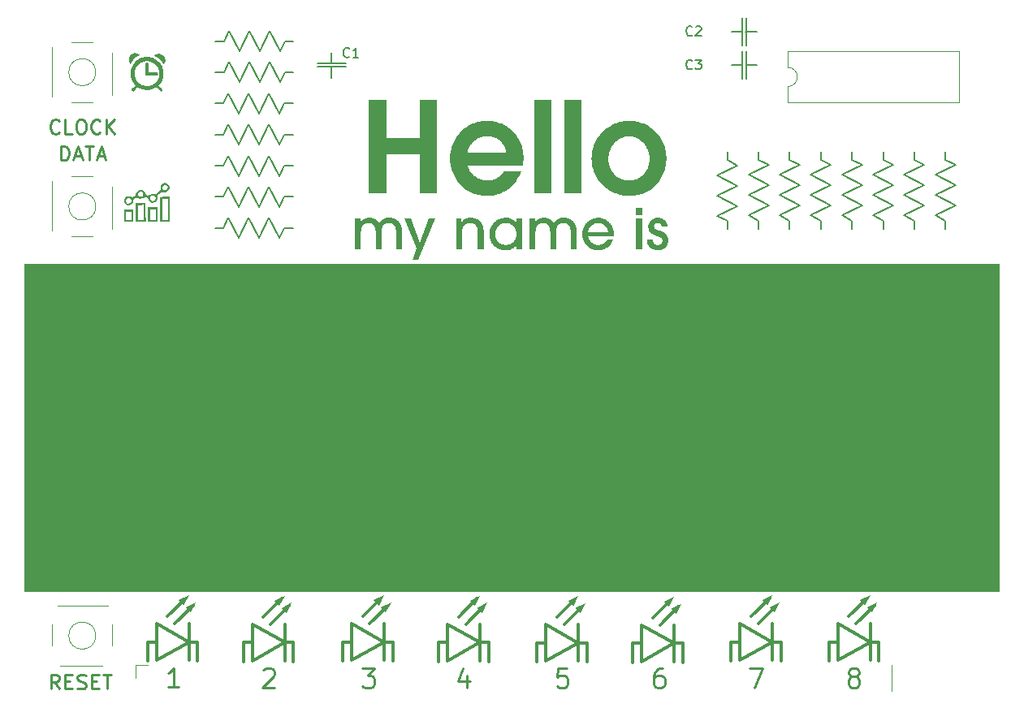
<source format=gbr>
%TF.GenerationSoftware,KiCad,Pcbnew,8.0.1*%
%TF.CreationDate,2024-04-19T02:30:16-04:00*%
%TF.ProjectId,hello-my-name-is,68656c6c-6f2d-46d7-992d-6e616d652d69,rev?*%
%TF.SameCoordinates,Original*%
%TF.FileFunction,Legend,Top*%
%TF.FilePolarity,Positive*%
%FSLAX46Y46*%
G04 Gerber Fmt 4.6, Leading zero omitted, Abs format (unit mm)*
G04 Created by KiCad (PCBNEW 8.0.1) date 2024-04-19 02:30:16*
%MOMM*%
%LPD*%
G01*
G04 APERTURE LIST*
%ADD10C,0.000000*%
%ADD11C,0.250000*%
%ADD12C,0.153000*%
%ADD13C,0.120000*%
%ADD14C,0.211666*%
%ADD15C,0.198437*%
%ADD16C,0.300000*%
G04 APERTURE END LIST*
D10*
G36*
X165359287Y-81134163D02*
G01*
X164753921Y-81134163D01*
X164753921Y-80424020D01*
X165359287Y-80424020D01*
X165359287Y-81134163D01*
G37*
G36*
X167077139Y-81420499D02*
G01*
X167127794Y-81423831D01*
X167177595Y-81429337D01*
X167226489Y-81436979D01*
X167274423Y-81446718D01*
X167321346Y-81458517D01*
X167367205Y-81472337D01*
X167411948Y-81488138D01*
X167455523Y-81505884D01*
X167497878Y-81525536D01*
X167538960Y-81547055D01*
X167578717Y-81570403D01*
X167617097Y-81595542D01*
X167654048Y-81622432D01*
X167689517Y-81651037D01*
X167723453Y-81681317D01*
X167755802Y-81713234D01*
X167786514Y-81746750D01*
X167815535Y-81781827D01*
X167842813Y-81818425D01*
X167868297Y-81856507D01*
X167891933Y-81896034D01*
X167913671Y-81936968D01*
X167933456Y-81979271D01*
X167951238Y-82022903D01*
X167966964Y-82067828D01*
X167980582Y-82114006D01*
X167992039Y-82161399D01*
X168001284Y-82209969D01*
X168008264Y-82259677D01*
X168012927Y-82310485D01*
X168015220Y-82362354D01*
X167409855Y-82362354D01*
X167403103Y-82319604D01*
X167393768Y-82278747D01*
X167381858Y-82239903D01*
X167374940Y-82221273D01*
X167367382Y-82203190D01*
X167359184Y-82185670D01*
X167350347Y-82168728D01*
X167340873Y-82152379D01*
X167330763Y-82136637D01*
X167320017Y-82121518D01*
X167308638Y-82107036D01*
X167296625Y-82093206D01*
X167283980Y-82080043D01*
X167270704Y-82067563D01*
X167256799Y-82055779D01*
X167242264Y-82044708D01*
X167227102Y-82034364D01*
X167211313Y-82024761D01*
X167194899Y-82015915D01*
X167177859Y-82007841D01*
X167160197Y-82000553D01*
X167141912Y-81994067D01*
X167123005Y-81988397D01*
X167103479Y-81983558D01*
X167083333Y-81979566D01*
X167062569Y-81976435D01*
X167041187Y-81974180D01*
X167019190Y-81972816D01*
X166996578Y-81972358D01*
X166977568Y-81972732D01*
X166958756Y-81973849D01*
X166940167Y-81975702D01*
X166921829Y-81978282D01*
X166903767Y-81981582D01*
X166886010Y-81985596D01*
X166868583Y-81990316D01*
X166851513Y-81995733D01*
X166834826Y-82001841D01*
X166818550Y-82008633D01*
X166802711Y-82016100D01*
X166787336Y-82024235D01*
X166772451Y-82033031D01*
X166758083Y-82042481D01*
X166744258Y-82052576D01*
X166731004Y-82063310D01*
X166718346Y-82074675D01*
X166706312Y-82086663D01*
X166694928Y-82099267D01*
X166684221Y-82112480D01*
X166674217Y-82126294D01*
X166664944Y-82140702D01*
X166656427Y-82155696D01*
X166648693Y-82171269D01*
X166641770Y-82187413D01*
X166635683Y-82204120D01*
X166630460Y-82221384D01*
X166626126Y-82239197D01*
X166622709Y-82257552D01*
X166620236Y-82276440D01*
X166618732Y-82295855D01*
X166618225Y-82315789D01*
X166619033Y-82341887D01*
X166621417Y-82366731D01*
X166625314Y-82390362D01*
X166630662Y-82412822D01*
X166637401Y-82434152D01*
X166645467Y-82454393D01*
X166654800Y-82473588D01*
X166665337Y-82491778D01*
X166677017Y-82509004D01*
X166689777Y-82525309D01*
X166703557Y-82540733D01*
X166718293Y-82555318D01*
X166733925Y-82569106D01*
X166750390Y-82582138D01*
X166785574Y-82606102D01*
X166823349Y-82627542D01*
X166863223Y-82646791D01*
X166904699Y-82664181D01*
X166947284Y-82680045D01*
X167033800Y-82708524D01*
X167118816Y-82734889D01*
X167217025Y-82766672D01*
X167312666Y-82801159D01*
X167405221Y-82838732D01*
X167494170Y-82879775D01*
X167578991Y-82924672D01*
X167659166Y-82973807D01*
X167734173Y-83027563D01*
X167769576Y-83056294D01*
X167803493Y-83086324D01*
X167835858Y-83117702D01*
X167866605Y-83150474D01*
X167895671Y-83184690D01*
X167922990Y-83220397D01*
X167948498Y-83257643D01*
X167972128Y-83296475D01*
X167993816Y-83336943D01*
X168013498Y-83379094D01*
X168031107Y-83422975D01*
X168046579Y-83468636D01*
X168059850Y-83516123D01*
X168070853Y-83565485D01*
X168079525Y-83616769D01*
X168085799Y-83670025D01*
X168089611Y-83725299D01*
X168090896Y-83782639D01*
X168090893Y-83782639D01*
X168089538Y-83841417D01*
X168085512Y-83898767D01*
X168078873Y-83954662D01*
X168069678Y-84009072D01*
X168057985Y-84061968D01*
X168043851Y-84113322D01*
X168027334Y-84163105D01*
X168008491Y-84211289D01*
X167987380Y-84257843D01*
X167964059Y-84302741D01*
X167938585Y-84345952D01*
X167911015Y-84387448D01*
X167881407Y-84427201D01*
X167849819Y-84465181D01*
X167816309Y-84501360D01*
X167780933Y-84535709D01*
X167743749Y-84568199D01*
X167704816Y-84598802D01*
X167664189Y-84627488D01*
X167621928Y-84654229D01*
X167578090Y-84678996D01*
X167532731Y-84701760D01*
X167485911Y-84722493D01*
X167437685Y-84741166D01*
X167388112Y-84757750D01*
X167337250Y-84772216D01*
X167285156Y-84784535D01*
X167231887Y-84794679D01*
X167177501Y-84802619D01*
X167122055Y-84808326D01*
X167065608Y-84811771D01*
X167008217Y-84812926D01*
X166982025Y-84812588D01*
X166955841Y-84811585D01*
X166929675Y-84809933D01*
X166903534Y-84807651D01*
X166877427Y-84804755D01*
X166851362Y-84801262D01*
X166825349Y-84797189D01*
X166799395Y-84792553D01*
X166747701Y-84781662D01*
X166696349Y-84768725D01*
X166645405Y-84753878D01*
X166594940Y-84737258D01*
X166508110Y-84703040D01*
X166426636Y-84663792D01*
X166350550Y-84619667D01*
X166279887Y-84570818D01*
X166214681Y-84517399D01*
X166154966Y-84459563D01*
X166100777Y-84397464D01*
X166052147Y-84331255D01*
X166009110Y-84261089D01*
X165971701Y-84187121D01*
X165939954Y-84109503D01*
X165913902Y-84028390D01*
X165893581Y-83943934D01*
X165879023Y-83856289D01*
X165870264Y-83765608D01*
X165867336Y-83672045D01*
X166472702Y-83672045D01*
X166478718Y-83733324D01*
X166488094Y-83792566D01*
X166500915Y-83849505D01*
X166508644Y-83877028D01*
X166517266Y-83903877D01*
X166526792Y-83930019D01*
X166537232Y-83955419D01*
X166548598Y-83980046D01*
X166560899Y-84003866D01*
X166574147Y-84026846D01*
X166588352Y-84048953D01*
X166603524Y-84070155D01*
X166619675Y-84090417D01*
X166636816Y-84109707D01*
X166654955Y-84127992D01*
X166674106Y-84145239D01*
X166694277Y-84161415D01*
X166715480Y-84176487D01*
X166737726Y-84190422D01*
X166761024Y-84203186D01*
X166785386Y-84214747D01*
X166810823Y-84225071D01*
X166837344Y-84234126D01*
X166864961Y-84241879D01*
X166893685Y-84248296D01*
X166923525Y-84253345D01*
X166954494Y-84256992D01*
X166986600Y-84259205D01*
X167019855Y-84259949D01*
X167044749Y-84259473D01*
X167069210Y-84258051D01*
X167093215Y-84255690D01*
X167116740Y-84252401D01*
X167139762Y-84248190D01*
X167162258Y-84243067D01*
X167184204Y-84237040D01*
X167205576Y-84230118D01*
X167226352Y-84222309D01*
X167246507Y-84213622D01*
X167266018Y-84204065D01*
X167284862Y-84193647D01*
X167303016Y-84182376D01*
X167320455Y-84170261D01*
X167337157Y-84157311D01*
X167353098Y-84143533D01*
X167368255Y-84128937D01*
X167382603Y-84113531D01*
X167396121Y-84097323D01*
X167408783Y-84080322D01*
X167420567Y-84062537D01*
X167431450Y-84043976D01*
X167441407Y-84024648D01*
X167450416Y-84004561D01*
X167458453Y-83983723D01*
X167465494Y-83962144D01*
X167471516Y-83939831D01*
X167476496Y-83916794D01*
X167480410Y-83893040D01*
X167483235Y-83868579D01*
X167484947Y-83843418D01*
X167485523Y-83817567D01*
X167481298Y-83757190D01*
X167468984Y-83702355D01*
X167449120Y-83652602D01*
X167422244Y-83607471D01*
X167388897Y-83566500D01*
X167349617Y-83529230D01*
X167304945Y-83495201D01*
X167255418Y-83463951D01*
X167201577Y-83435020D01*
X167143961Y-83407948D01*
X167019561Y-83357538D01*
X166749187Y-83258765D01*
X166611843Y-83203035D01*
X166544520Y-83171973D01*
X166478814Y-83138164D01*
X166415265Y-83101150D01*
X166354414Y-83060470D01*
X166296797Y-83015662D01*
X166242956Y-82966268D01*
X166193430Y-82911825D01*
X166148757Y-82851874D01*
X166109478Y-82785955D01*
X166076130Y-82713607D01*
X166049255Y-82634369D01*
X166029390Y-82547781D01*
X166017076Y-82453383D01*
X166012852Y-82350714D01*
X166014254Y-82299391D01*
X166018407Y-82249127D01*
X166025231Y-82199962D01*
X166034646Y-82151931D01*
X166046572Y-82105073D01*
X166060929Y-82059425D01*
X166077638Y-82015023D01*
X166096617Y-81971906D01*
X166117788Y-81930111D01*
X166141071Y-81889674D01*
X166166385Y-81850634D01*
X166193651Y-81813027D01*
X166222788Y-81776891D01*
X166253717Y-81742263D01*
X166286357Y-81709180D01*
X166320629Y-81677681D01*
X166356454Y-81647801D01*
X166393750Y-81619579D01*
X166432438Y-81593051D01*
X166472438Y-81568255D01*
X166513670Y-81545229D01*
X166556054Y-81524009D01*
X166599511Y-81504633D01*
X166643960Y-81487139D01*
X166689321Y-81471562D01*
X166735515Y-81457942D01*
X166782461Y-81446314D01*
X166830079Y-81436718D01*
X166878290Y-81429188D01*
X166927014Y-81423764D01*
X166976171Y-81420482D01*
X167025680Y-81419380D01*
X167077139Y-81420499D01*
G37*
G36*
X138693308Y-73102999D02*
G01*
X142199038Y-73102999D01*
X142199038Y-69121020D01*
X144011434Y-69121020D01*
X144011434Y-78910602D01*
X142199038Y-78910602D01*
X142199038Y-74796331D01*
X138693308Y-74796331D01*
X138693308Y-78910602D01*
X136880913Y-78910602D01*
X136880913Y-69121020D01*
X138693308Y-69121020D01*
X138693308Y-73102999D01*
G37*
G36*
X151233835Y-81421431D02*
G01*
X151314086Y-81427600D01*
X151393673Y-81437913D01*
X151472329Y-81452395D01*
X151549792Y-81471073D01*
X151625797Y-81493971D01*
X151700080Y-81521116D01*
X151772375Y-81552532D01*
X151842420Y-81588246D01*
X151909949Y-81628283D01*
X151974699Y-81672668D01*
X152005949Y-81696500D01*
X152036405Y-81721428D01*
X152066033Y-81747456D01*
X152094802Y-81774587D01*
X152122678Y-81802825D01*
X152149627Y-81832172D01*
X152175617Y-81862631D01*
X152200615Y-81894207D01*
X152224587Y-81926902D01*
X152247501Y-81960719D01*
X152259144Y-81960719D01*
X152259144Y-81506694D01*
X152864509Y-81506694D01*
X152864509Y-84731437D01*
X152259144Y-84731437D01*
X152259144Y-84230845D01*
X152247501Y-84230845D01*
X152202660Y-84301652D01*
X152153446Y-84367828D01*
X152100121Y-84429383D01*
X152042951Y-84486325D01*
X151982201Y-84538662D01*
X151918133Y-84586404D01*
X151851013Y-84629558D01*
X151781104Y-84668134D01*
X151708672Y-84702139D01*
X151633981Y-84731583D01*
X151557294Y-84756473D01*
X151478876Y-84776819D01*
X151398992Y-84792629D01*
X151317905Y-84803911D01*
X151235881Y-84810674D01*
X151153183Y-84812926D01*
X151063260Y-84810859D01*
X150974730Y-84804714D01*
X150887687Y-84794571D01*
X150802228Y-84780514D01*
X150718449Y-84762623D01*
X150636446Y-84740983D01*
X150556314Y-84715673D01*
X150478149Y-84686778D01*
X150402048Y-84654377D01*
X150328106Y-84618555D01*
X150256420Y-84579392D01*
X150187085Y-84536971D01*
X150120196Y-84491373D01*
X150055851Y-84442682D01*
X149994145Y-84390979D01*
X149935174Y-84336345D01*
X149879033Y-84278864D01*
X149825820Y-84218617D01*
X149775629Y-84155686D01*
X149728556Y-84090154D01*
X149684698Y-84022101D01*
X149644151Y-83951612D01*
X149607010Y-83878767D01*
X149573371Y-83803648D01*
X149543331Y-83726338D01*
X149516985Y-83646919D01*
X149494428Y-83565473D01*
X149475758Y-83482081D01*
X149461070Y-83396827D01*
X149450460Y-83309791D01*
X149444023Y-83221057D01*
X149441856Y-83130706D01*
X149441993Y-83124884D01*
X150047222Y-83124884D01*
X150048627Y-83181402D01*
X150052798Y-83237393D01*
X150059673Y-83292774D01*
X150069187Y-83347463D01*
X150081275Y-83401375D01*
X150095875Y-83454429D01*
X150112922Y-83506540D01*
X150132352Y-83557626D01*
X150154101Y-83607604D01*
X150178106Y-83656390D01*
X150204302Y-83703901D01*
X150232625Y-83750055D01*
X150263012Y-83794767D01*
X150295398Y-83837955D01*
X150329720Y-83879537D01*
X150365914Y-83919427D01*
X150403915Y-83957544D01*
X150443660Y-83993805D01*
X150485084Y-84028125D01*
X150528124Y-84060423D01*
X150572716Y-84090615D01*
X150618796Y-84118617D01*
X150666300Y-84144347D01*
X150715164Y-84167722D01*
X150765324Y-84188658D01*
X150816716Y-84207072D01*
X150869277Y-84222882D01*
X150922941Y-84236003D01*
X150977646Y-84246353D01*
X151033327Y-84253849D01*
X151089920Y-84258408D01*
X151147362Y-84259946D01*
X151205894Y-84258457D01*
X151263576Y-84254041D01*
X151320341Y-84246770D01*
X151376124Y-84236719D01*
X151430858Y-84223961D01*
X151484477Y-84208569D01*
X151536915Y-84190616D01*
X151588106Y-84170178D01*
X151637985Y-84147326D01*
X151686484Y-84122135D01*
X151733537Y-84094677D01*
X151779080Y-84065028D01*
X151823045Y-84033259D01*
X151865366Y-83999445D01*
X151905978Y-83963660D01*
X151944814Y-83925976D01*
X151981809Y-83886468D01*
X152016896Y-83845208D01*
X152050009Y-83802271D01*
X152081081Y-83757729D01*
X152110048Y-83711657D01*
X152136843Y-83664128D01*
X152161399Y-83615216D01*
X152183651Y-83564994D01*
X152203533Y-83513535D01*
X152220978Y-83460914D01*
X152235921Y-83407203D01*
X152248295Y-83352477D01*
X152258034Y-83296808D01*
X152265072Y-83240271D01*
X152269344Y-83182938D01*
X152270782Y-83124884D01*
X152270778Y-83124884D01*
X152269439Y-83064732D01*
X152265454Y-83005465D01*
X152258869Y-82947151D01*
X152249735Y-82889857D01*
X152238098Y-82833650D01*
X152224006Y-82778597D01*
X152207507Y-82724766D01*
X152188650Y-82672223D01*
X152167482Y-82621036D01*
X152144052Y-82571272D01*
X152118406Y-82522998D01*
X152090594Y-82476281D01*
X152060663Y-82431189D01*
X152028661Y-82387788D01*
X151994636Y-82346146D01*
X151958636Y-82306329D01*
X151920709Y-82268405D01*
X151880903Y-82232442D01*
X151839266Y-82198505D01*
X151795846Y-82166663D01*
X151750691Y-82136982D01*
X151703848Y-82109530D01*
X151655366Y-82084374D01*
X151605293Y-82061581D01*
X151553677Y-82041218D01*
X151500565Y-82023352D01*
X151446006Y-82008050D01*
X151390048Y-81995380D01*
X151332738Y-81985409D01*
X151274125Y-81978203D01*
X151214256Y-81973831D01*
X151153179Y-81972358D01*
X151093672Y-81973881D01*
X151035242Y-81978395D01*
X150977941Y-81985826D01*
X150921823Y-81996097D01*
X150866942Y-82009130D01*
X150813350Y-82024849D01*
X150761102Y-82043177D01*
X150710250Y-82064037D01*
X150660847Y-82087353D01*
X150612947Y-82113048D01*
X150566603Y-82141045D01*
X150521868Y-82171268D01*
X150478797Y-82203640D01*
X150437441Y-82238083D01*
X150397854Y-82274521D01*
X150360091Y-82312879D01*
X150324202Y-82353077D01*
X150290244Y-82395041D01*
X150258267Y-82438693D01*
X150228326Y-82483957D01*
X150200475Y-82530755D01*
X150174765Y-82579011D01*
X150151251Y-82628649D01*
X150129987Y-82679591D01*
X150111024Y-82731761D01*
X150094417Y-82785083D01*
X150080218Y-82839478D01*
X150068482Y-82894871D01*
X150059260Y-82951185D01*
X150052608Y-83008343D01*
X150048577Y-83066268D01*
X150047222Y-83124884D01*
X149441993Y-83124884D01*
X149443990Y-83039759D01*
X149450332Y-82950334D01*
X149460792Y-82862520D01*
X149475281Y-82776408D01*
X149493709Y-82692086D01*
X149515987Y-82609645D01*
X149542025Y-82529172D01*
X149571734Y-82450760D01*
X149605024Y-82374495D01*
X149641805Y-82300470D01*
X149681989Y-82228771D01*
X149725486Y-82159490D01*
X149772205Y-82092716D01*
X149822058Y-82028539D01*
X149874955Y-81967047D01*
X149930806Y-81908330D01*
X149989523Y-81852479D01*
X150051015Y-81799582D01*
X150115192Y-81749729D01*
X150181967Y-81703009D01*
X150251247Y-81659513D01*
X150322946Y-81619329D01*
X150396972Y-81582548D01*
X150473236Y-81549257D01*
X150551649Y-81519549D01*
X150632121Y-81493510D01*
X150714563Y-81471233D01*
X150798885Y-81452804D01*
X150884997Y-81438315D01*
X150972811Y-81427855D01*
X151062236Y-81421514D01*
X151153183Y-81419380D01*
X151233835Y-81421431D01*
G37*
G36*
X139086526Y-81420942D02*
G01*
X139163251Y-81425597D01*
X139237634Y-81433303D01*
X139309663Y-81444016D01*
X139379326Y-81457692D01*
X139446610Y-81474287D01*
X139511505Y-81493758D01*
X139573999Y-81516061D01*
X139634080Y-81541151D01*
X139691736Y-81568987D01*
X139746956Y-81599523D01*
X139799727Y-81632716D01*
X139850038Y-81668523D01*
X139897878Y-81706899D01*
X139943235Y-81747801D01*
X139986096Y-81791186D01*
X140026450Y-81837009D01*
X140064286Y-81885228D01*
X140099592Y-81935797D01*
X140132356Y-81988674D01*
X140162566Y-82043815D01*
X140190210Y-82101175D01*
X140215278Y-82160713D01*
X140237756Y-82222383D01*
X140257634Y-82286142D01*
X140274900Y-82351946D01*
X140289541Y-82419752D01*
X140301547Y-82489516D01*
X140310905Y-82561194D01*
X140317604Y-82634742D01*
X140321632Y-82710118D01*
X140322977Y-82787276D01*
X140322977Y-84731423D01*
X139717613Y-84731423D01*
X139717613Y-82938607D01*
X139715572Y-82844302D01*
X139709200Y-82751693D01*
X139698121Y-82661387D01*
X139681960Y-82573988D01*
X139671857Y-82531568D01*
X139660343Y-82490102D01*
X139647370Y-82449666D01*
X139632893Y-82410334D01*
X139616863Y-82372184D01*
X139599235Y-82335290D01*
X139579961Y-82299729D01*
X139558995Y-82265575D01*
X139536289Y-82232905D01*
X139511797Y-82201795D01*
X139485472Y-82172319D01*
X139457267Y-82144554D01*
X139427134Y-82118575D01*
X139395028Y-82094459D01*
X139360901Y-82072280D01*
X139324706Y-82052114D01*
X139286396Y-82034037D01*
X139245925Y-82018125D01*
X139203246Y-82004454D01*
X139158311Y-81993098D01*
X139111075Y-81984134D01*
X139061489Y-81977638D01*
X139009507Y-81973685D01*
X138955082Y-81972350D01*
X138897568Y-81973602D01*
X138842854Y-81977317D01*
X138790878Y-81983434D01*
X138741575Y-81991893D01*
X138694881Y-82002633D01*
X138650733Y-82015593D01*
X138609065Y-82030712D01*
X138569815Y-82047930D01*
X138532918Y-82067186D01*
X138498311Y-82088419D01*
X138465929Y-82111568D01*
X138435708Y-82136573D01*
X138407585Y-82163373D01*
X138381496Y-82191907D01*
X138357376Y-82222114D01*
X138335162Y-82253934D01*
X138314790Y-82287305D01*
X138296196Y-82322168D01*
X138279315Y-82358461D01*
X138264085Y-82396124D01*
X138238317Y-82475315D01*
X138218382Y-82559255D01*
X138203767Y-82647459D01*
X138193962Y-82739440D01*
X138188454Y-82834712D01*
X138186731Y-82932790D01*
X138186731Y-84731427D01*
X137581365Y-84731427D01*
X137581365Y-82938611D01*
X137581104Y-82848741D01*
X137579274Y-82762076D01*
X137577280Y-82719754D01*
X137574305Y-82678004D01*
X137570154Y-82636748D01*
X137564631Y-82595910D01*
X137557538Y-82555412D01*
X137548680Y-82515180D01*
X137537861Y-82475134D01*
X137524885Y-82435200D01*
X137509556Y-82395300D01*
X137491677Y-82355357D01*
X137471053Y-82315295D01*
X137447487Y-82275037D01*
X137420481Y-82236146D01*
X137391882Y-82200196D01*
X137361730Y-82167129D01*
X137330069Y-82136884D01*
X137296942Y-82109401D01*
X137262391Y-82084621D01*
X137226458Y-82062485D01*
X137189187Y-82042932D01*
X137150620Y-82025903D01*
X137110799Y-82011338D01*
X137069767Y-81999178D01*
X137027568Y-81989362D01*
X136984242Y-81981832D01*
X136939834Y-81976527D01*
X136894386Y-81973388D01*
X136847940Y-81972355D01*
X136790855Y-81973573D01*
X136736346Y-81977194D01*
X136684362Y-81983161D01*
X136634855Y-81991420D01*
X136587774Y-82001918D01*
X136543068Y-82014600D01*
X136500688Y-82029411D01*
X136460583Y-82046298D01*
X136422704Y-82065205D01*
X136387000Y-82086079D01*
X136353421Y-82108865D01*
X136321918Y-82133509D01*
X136292439Y-82159956D01*
X136264936Y-82188152D01*
X136239357Y-82218042D01*
X136215653Y-82249573D01*
X136193774Y-82282690D01*
X136173670Y-82317339D01*
X136155290Y-82353465D01*
X136138584Y-82391013D01*
X136123503Y-82429930D01*
X136109996Y-82470162D01*
X136087504Y-82554349D01*
X136070708Y-82643141D01*
X136059207Y-82736102D01*
X136052601Y-82832798D01*
X136050487Y-82932793D01*
X136050487Y-84731431D01*
X135445120Y-84731431D01*
X135445120Y-81506689D01*
X136003919Y-81506689D01*
X136003919Y-81855941D01*
X136015562Y-81855941D01*
X136065413Y-81799239D01*
X136114777Y-81746937D01*
X136163989Y-81698933D01*
X136213379Y-81655124D01*
X136263281Y-81615407D01*
X136314027Y-81579681D01*
X136365950Y-81547842D01*
X136419382Y-81519790D01*
X136474656Y-81495421D01*
X136532104Y-81474633D01*
X136592059Y-81457324D01*
X136654854Y-81443391D01*
X136720820Y-81432733D01*
X136790290Y-81425246D01*
X136863597Y-81420830D01*
X136941074Y-81419380D01*
X137012814Y-81421495D01*
X137085799Y-81427838D01*
X137159500Y-81438412D01*
X137233389Y-81453214D01*
X137306936Y-81472245D01*
X137379614Y-81495506D01*
X137450894Y-81522996D01*
X137520246Y-81554715D01*
X137554035Y-81572161D01*
X137587143Y-81590664D01*
X137619506Y-81610224D01*
X137651056Y-81630841D01*
X137681728Y-81652516D01*
X137711456Y-81675248D01*
X137740173Y-81699037D01*
X137767814Y-81723884D01*
X137794312Y-81749788D01*
X137819601Y-81776749D01*
X137843616Y-81804767D01*
X137866290Y-81833843D01*
X137887557Y-81863976D01*
X137907352Y-81895166D01*
X137925607Y-81927414D01*
X137942257Y-81960719D01*
X137990287Y-81889411D01*
X138040551Y-81823816D01*
X138093101Y-81763780D01*
X138147987Y-81709149D01*
X138205260Y-81659772D01*
X138264972Y-81615493D01*
X138327174Y-81576160D01*
X138391916Y-81541618D01*
X138459251Y-81511715D01*
X138529229Y-81486297D01*
X138601901Y-81465211D01*
X138677319Y-81448302D01*
X138755533Y-81435419D01*
X138836596Y-81426406D01*
X138920557Y-81421111D01*
X139007469Y-81419380D01*
X139086526Y-81420942D01*
G37*
G36*
X165359287Y-84731437D02*
G01*
X164753921Y-84731437D01*
X164753921Y-81506694D01*
X165359287Y-81506694D01*
X165359287Y-84731437D01*
G37*
G36*
X160872138Y-81421562D02*
G01*
X160956061Y-81428035D01*
X161038693Y-81438690D01*
X161119937Y-81453418D01*
X161199694Y-81472112D01*
X161277863Y-81494662D01*
X161354346Y-81520959D01*
X161429044Y-81550895D01*
X161501857Y-81584361D01*
X161572687Y-81621248D01*
X161641435Y-81661448D01*
X161708001Y-81704852D01*
X161772285Y-81751351D01*
X161834190Y-81800836D01*
X161893616Y-81853199D01*
X161950464Y-81908331D01*
X162004634Y-81966124D01*
X162056028Y-82026468D01*
X162104546Y-82089255D01*
X162150089Y-82154376D01*
X162192559Y-82221722D01*
X162231855Y-82291185D01*
X162267880Y-82362656D01*
X162300533Y-82436027D01*
X162329716Y-82511188D01*
X162355330Y-82588030D01*
X162377274Y-82666446D01*
X162395452Y-82746327D01*
X162409762Y-82827563D01*
X162420106Y-82910046D01*
X162426386Y-82993667D01*
X162428501Y-83078318D01*
X162428505Y-83078315D01*
X162428232Y-83115672D01*
X162427414Y-83153439D01*
X162426050Y-83191479D01*
X162424140Y-83229656D01*
X162421685Y-83267833D01*
X162418683Y-83305873D01*
X162415135Y-83343640D01*
X162411041Y-83380997D01*
X159739277Y-83380997D01*
X159765498Y-83473364D01*
X159798166Y-83562490D01*
X159837042Y-83648001D01*
X159881886Y-83729522D01*
X159932460Y-83806676D01*
X159988526Y-83879090D01*
X160049843Y-83946388D01*
X160116175Y-84008195D01*
X160151146Y-84036922D01*
X160187281Y-84064135D01*
X160224551Y-84089788D01*
X160262924Y-84113834D01*
X160302372Y-84136225D01*
X160342864Y-84156916D01*
X160384371Y-84175858D01*
X160426863Y-84193006D01*
X160470309Y-84208312D01*
X160514681Y-84221729D01*
X160559948Y-84233211D01*
X160606081Y-84242711D01*
X160653049Y-84250181D01*
X160700822Y-84255574D01*
X160749372Y-84258845D01*
X160798668Y-84259946D01*
X160834099Y-84259351D01*
X160869428Y-84257575D01*
X160904624Y-84254631D01*
X160939652Y-84250532D01*
X160974480Y-84245290D01*
X161009074Y-84238919D01*
X161043402Y-84231430D01*
X161077431Y-84222837D01*
X161111127Y-84213153D01*
X161144457Y-84202390D01*
X161177389Y-84190562D01*
X161209889Y-84177680D01*
X161241924Y-84163758D01*
X161273462Y-84148809D01*
X161304469Y-84132845D01*
X161334912Y-84115879D01*
X161364758Y-84097924D01*
X161393975Y-84078993D01*
X161422528Y-84059098D01*
X161450386Y-84038252D01*
X161477514Y-84016469D01*
X161503880Y-83993760D01*
X161529451Y-83970139D01*
X161554195Y-83945619D01*
X161578076Y-83920211D01*
X161601064Y-83893930D01*
X161623124Y-83866788D01*
X161644224Y-83838797D01*
X161664331Y-83809971D01*
X161683411Y-83780321D01*
X161701432Y-83749862D01*
X161718361Y-83718606D01*
X162323726Y-83718606D01*
X162273787Y-83839290D01*
X162215892Y-83954475D01*
X162150408Y-84063845D01*
X162077703Y-84167084D01*
X161998142Y-84263877D01*
X161912092Y-84353908D01*
X161819921Y-84436862D01*
X161721994Y-84512423D01*
X161618679Y-84580276D01*
X161510341Y-84640106D01*
X161397348Y-84691596D01*
X161280066Y-84734432D01*
X161158862Y-84768298D01*
X161034102Y-84792879D01*
X160906154Y-84807859D01*
X160775383Y-84812922D01*
X160689758Y-84810607D01*
X160605388Y-84803746D01*
X160522370Y-84792466D01*
X160440799Y-84776894D01*
X160360772Y-84757157D01*
X160282384Y-84733382D01*
X160205730Y-84705695D01*
X160130908Y-84674223D01*
X160058013Y-84639093D01*
X159987141Y-84600432D01*
X159918388Y-84558367D01*
X159851849Y-84513024D01*
X159787622Y-84464531D01*
X159725800Y-84413014D01*
X159666482Y-84358600D01*
X159609762Y-84301416D01*
X159555736Y-84241589D01*
X159504500Y-84179246D01*
X159456151Y-84114513D01*
X159410784Y-84047517D01*
X159368495Y-83978385D01*
X159329380Y-83907244D01*
X159293535Y-83834221D01*
X159261056Y-83759443D01*
X159232039Y-83683035D01*
X159206580Y-83605127D01*
X159184774Y-83525843D01*
X159166718Y-83445311D01*
X159152507Y-83363658D01*
X159142238Y-83281011D01*
X159136006Y-83197496D01*
X159133907Y-83113240D01*
X159135973Y-83026441D01*
X159142113Y-82940739D01*
X159145157Y-82915332D01*
X159739277Y-82915332D01*
X161823139Y-82915332D01*
X161818564Y-82866023D01*
X161811437Y-82817450D01*
X161801834Y-82769669D01*
X161789828Y-82722733D01*
X161775494Y-82676696D01*
X161758907Y-82631613D01*
X161740141Y-82587539D01*
X161719272Y-82544527D01*
X161696373Y-82502632D01*
X161671520Y-82461908D01*
X161644786Y-82422410D01*
X161616247Y-82384193D01*
X161585977Y-82347309D01*
X161554051Y-82311815D01*
X161520543Y-82277763D01*
X161485528Y-82245209D01*
X161449080Y-82214207D01*
X161411275Y-82184811D01*
X161372187Y-82157076D01*
X161331889Y-82131055D01*
X161290458Y-82106804D01*
X161247968Y-82084376D01*
X161204492Y-82063827D01*
X161160107Y-82045210D01*
X161114885Y-82028579D01*
X161068903Y-82013990D01*
X161022235Y-82001495D01*
X160974954Y-81991151D01*
X160927137Y-81983011D01*
X160878857Y-81977129D01*
X160830189Y-81973560D01*
X160781208Y-81972358D01*
X160732226Y-81973560D01*
X160683558Y-81977129D01*
X160635278Y-81983011D01*
X160587460Y-81991151D01*
X160540180Y-82001495D01*
X160493511Y-82013990D01*
X160447529Y-82028579D01*
X160402308Y-82045210D01*
X160357922Y-82063827D01*
X160314446Y-82084376D01*
X160271956Y-82106804D01*
X160230525Y-82131055D01*
X160190228Y-82157076D01*
X160151139Y-82184811D01*
X160113334Y-82214207D01*
X160076886Y-82245209D01*
X160041872Y-82277763D01*
X160008364Y-82311815D01*
X159976438Y-82347309D01*
X159946168Y-82384193D01*
X159917629Y-82422410D01*
X159890895Y-82461908D01*
X159866042Y-82502632D01*
X159843143Y-82544527D01*
X159822274Y-82587539D01*
X159803509Y-82631613D01*
X159786922Y-82676696D01*
X159772588Y-82722733D01*
X159760582Y-82769669D01*
X159750978Y-82817450D01*
X159743852Y-82866023D01*
X159739277Y-82915332D01*
X159145157Y-82915332D01*
X159152238Y-82856244D01*
X159166263Y-82773063D01*
X159184099Y-82691307D01*
X159205659Y-82611084D01*
X159230855Y-82532502D01*
X159259601Y-82455670D01*
X159291809Y-82380696D01*
X159327391Y-82307691D01*
X159366260Y-82236761D01*
X159408328Y-82168016D01*
X159453509Y-82101565D01*
X159501715Y-82037517D01*
X159552858Y-81975979D01*
X159606851Y-81917061D01*
X159663607Y-81860872D01*
X159723038Y-81807520D01*
X159785056Y-81757114D01*
X159849575Y-81709762D01*
X159916508Y-81665574D01*
X159985765Y-81624658D01*
X160057261Y-81587123D01*
X160130908Y-81553077D01*
X160206619Y-81522630D01*
X160284305Y-81495889D01*
X160363880Y-81472964D01*
X160445256Y-81453964D01*
X160528346Y-81438997D01*
X160613063Y-81428171D01*
X160699318Y-81421596D01*
X160787025Y-81419380D01*
X160872138Y-81421562D01*
G37*
G36*
X164213083Y-71322137D02*
G01*
X164412257Y-71337200D01*
X164608330Y-71362005D01*
X164801069Y-71396308D01*
X164990244Y-71439864D01*
X165175620Y-71492430D01*
X165356965Y-71553759D01*
X165534047Y-71623607D01*
X165706633Y-71701730D01*
X165874491Y-71787883D01*
X166037388Y-71881822D01*
X166195092Y-71983301D01*
X166347369Y-72092076D01*
X166493988Y-72207903D01*
X166634716Y-72330536D01*
X166769320Y-72459732D01*
X166897568Y-72595245D01*
X167019228Y-72736831D01*
X167134066Y-72884245D01*
X167241850Y-73037242D01*
X167342348Y-73195578D01*
X167435327Y-73359009D01*
X167520554Y-73527288D01*
X167597798Y-73700173D01*
X167666825Y-73877418D01*
X167727402Y-74058778D01*
X167779299Y-74244010D01*
X167822280Y-74432867D01*
X167856116Y-74625106D01*
X167880572Y-74820482D01*
X167895416Y-75018750D01*
X167900415Y-75219666D01*
X167895566Y-75426478D01*
X167881153Y-75630048D01*
X167857380Y-75830159D01*
X167824451Y-76026593D01*
X167782569Y-76219132D01*
X167731937Y-76407558D01*
X167672759Y-76591653D01*
X167605239Y-76771199D01*
X167529580Y-76945977D01*
X167445985Y-77115771D01*
X167354658Y-77280361D01*
X167255803Y-77439530D01*
X167149622Y-77593060D01*
X167036320Y-77740733D01*
X166916100Y-77882331D01*
X166789164Y-78017635D01*
X166655718Y-78146428D01*
X166515964Y-78268492D01*
X166370106Y-78383609D01*
X166218347Y-78491560D01*
X166060890Y-78592128D01*
X165897940Y-78685095D01*
X165729699Y-78770242D01*
X165556372Y-78847353D01*
X165378161Y-78916208D01*
X165195270Y-78976589D01*
X165007903Y-79028279D01*
X164816263Y-79071060D01*
X164620553Y-79104714D01*
X164420977Y-79129022D01*
X164217739Y-79143767D01*
X164011042Y-79148730D01*
X163811252Y-79143617D01*
X163613889Y-79128447D01*
X163419210Y-79103471D01*
X163227472Y-79068942D01*
X163038931Y-79025110D01*
X162853845Y-78972229D01*
X162672470Y-78910550D01*
X162495062Y-78840325D01*
X162321879Y-78761806D01*
X162153177Y-78675244D01*
X161989213Y-78580893D01*
X161830244Y-78479003D01*
X161676527Y-78369827D01*
X161528318Y-78253616D01*
X161385874Y-78130623D01*
X161249452Y-78001099D01*
X161119309Y-77865297D01*
X160995701Y-77723467D01*
X160878885Y-77575863D01*
X160769119Y-77422736D01*
X160666658Y-77264338D01*
X160571760Y-77100921D01*
X160484681Y-76932737D01*
X160405678Y-76760038D01*
X160335008Y-76583075D01*
X160272927Y-76402101D01*
X160219693Y-76217368D01*
X160175562Y-76029127D01*
X160140791Y-75837630D01*
X160115637Y-75643130D01*
X160100356Y-75445878D01*
X160095205Y-75246126D01*
X161854689Y-75246126D01*
X161857270Y-75360937D01*
X161864953Y-75474577D01*
X161877645Y-75586886D01*
X161895255Y-75697700D01*
X161917690Y-75806857D01*
X161944858Y-75914195D01*
X161976667Y-76019551D01*
X162013025Y-76122764D01*
X162053841Y-76223670D01*
X162099022Y-76322109D01*
X162148475Y-76417916D01*
X162202110Y-76510931D01*
X162259833Y-76600990D01*
X162321553Y-76687932D01*
X162387179Y-76771594D01*
X162456616Y-76851814D01*
X162529775Y-76928430D01*
X162606562Y-77001279D01*
X162686886Y-77070198D01*
X162770654Y-77135027D01*
X162857775Y-77195602D01*
X162948156Y-77251761D01*
X163041706Y-77303341D01*
X163138332Y-77350182D01*
X163237942Y-77392119D01*
X163340444Y-77428991D01*
X163445747Y-77460636D01*
X163553758Y-77486892D01*
X163664385Y-77507595D01*
X163777536Y-77522584D01*
X163893119Y-77531696D01*
X164011042Y-77534770D01*
X164126561Y-77531659D01*
X164239891Y-77522442D01*
X164350934Y-77507290D01*
X164459593Y-77486375D01*
X164565772Y-77459869D01*
X164669373Y-77427945D01*
X164770301Y-77390773D01*
X164868457Y-77348527D01*
X164963745Y-77301379D01*
X165056068Y-77249499D01*
X165145329Y-77193060D01*
X165231432Y-77132235D01*
X165314279Y-77067195D01*
X165393773Y-76998112D01*
X165469818Y-76925158D01*
X165542317Y-76848505D01*
X165611172Y-76768325D01*
X165676288Y-76684791D01*
X165737566Y-76598073D01*
X165794911Y-76508344D01*
X165848225Y-76415777D01*
X165897411Y-76320542D01*
X165942373Y-76222813D01*
X165983013Y-76122761D01*
X166019235Y-76020557D01*
X166050941Y-75916375D01*
X166078036Y-75810385D01*
X166100422Y-75702761D01*
X166118001Y-75593673D01*
X166130678Y-75483294D01*
X166138355Y-75371796D01*
X166140936Y-75259354D01*
X166138355Y-75149087D01*
X166130678Y-75039179D01*
X166118001Y-74929838D01*
X166100422Y-74821269D01*
X166078036Y-74713680D01*
X166050941Y-74607274D01*
X166019235Y-74502259D01*
X165983013Y-74398840D01*
X165942373Y-74297224D01*
X165897411Y-74197616D01*
X165848225Y-74100221D01*
X165794911Y-74005247D01*
X165737566Y-73912898D01*
X165676288Y-73823381D01*
X165611172Y-73736902D01*
X165542317Y-73653666D01*
X165469818Y-73573879D01*
X165393773Y-73497748D01*
X165314279Y-73425478D01*
X165231432Y-73357275D01*
X165145329Y-73293346D01*
X165056068Y-73233895D01*
X164963745Y-73179128D01*
X164868457Y-73129253D01*
X164770301Y-73084474D01*
X164669373Y-73044998D01*
X164565772Y-73011030D01*
X164459593Y-72982776D01*
X164350934Y-72960442D01*
X164239891Y-72944235D01*
X164126561Y-72934360D01*
X164011042Y-72931022D01*
X163895447Y-72934284D01*
X163781896Y-72943941D01*
X163670496Y-72959799D01*
X163561354Y-72981665D01*
X163454577Y-73009344D01*
X163350269Y-73042643D01*
X163248540Y-73081368D01*
X163149494Y-73125325D01*
X163053239Y-73174321D01*
X162959880Y-73228161D01*
X162869526Y-73286653D01*
X162782281Y-73349601D01*
X162698254Y-73416813D01*
X162617550Y-73488094D01*
X162540276Y-73563251D01*
X162466538Y-73642090D01*
X162396444Y-73724417D01*
X162330100Y-73810038D01*
X162267611Y-73898760D01*
X162209086Y-73990389D01*
X162154630Y-74084731D01*
X162104351Y-74181592D01*
X162058354Y-74280778D01*
X162016746Y-74382096D01*
X161979634Y-74485352D01*
X161947125Y-74590352D01*
X161919325Y-74696902D01*
X161896340Y-74804809D01*
X161878277Y-74913879D01*
X161865244Y-75023917D01*
X161857345Y-75134731D01*
X161854689Y-75246126D01*
X160095205Y-75246126D01*
X160100281Y-75045134D01*
X160115346Y-74846645D01*
X160140159Y-74650912D01*
X160174477Y-74458190D01*
X160218058Y-74268733D01*
X160270660Y-74082796D01*
X160332040Y-73900633D01*
X160401957Y-73722499D01*
X160480168Y-73548646D01*
X160566431Y-73379331D01*
X160660503Y-73214808D01*
X160762142Y-73055330D01*
X160871107Y-72901152D01*
X160987155Y-72752528D01*
X161110043Y-72609714D01*
X161239530Y-72472962D01*
X161375373Y-72342528D01*
X161517330Y-72218665D01*
X161665159Y-72101629D01*
X161818617Y-71991673D01*
X161977462Y-71889052D01*
X162141453Y-71794020D01*
X162310346Y-71706832D01*
X162483900Y-71627741D01*
X162661872Y-71557003D01*
X162844020Y-71494871D01*
X163030102Y-71441601D01*
X163219876Y-71397445D01*
X163413099Y-71362659D01*
X163609529Y-71337497D01*
X163808924Y-71322213D01*
X164011042Y-71317062D01*
X164213083Y-71322137D01*
G37*
G36*
X155882132Y-78910602D02*
G01*
X154122656Y-78910602D01*
X154122656Y-69121020D01*
X155882132Y-69121020D01*
X155882132Y-78910602D01*
G37*
G36*
X159060232Y-78910602D02*
G01*
X157300756Y-78910602D01*
X157300756Y-69121020D01*
X159060232Y-69121020D01*
X159060232Y-78910602D01*
G37*
G36*
X149405810Y-71321985D02*
G01*
X149602178Y-71336599D01*
X149795251Y-71360675D01*
X149984816Y-71393983D01*
X150170661Y-71436292D01*
X150352572Y-71487372D01*
X150530336Y-71546993D01*
X150703739Y-71614925D01*
X150872569Y-71690939D01*
X151036613Y-71774803D01*
X151195657Y-71866287D01*
X151349488Y-71965163D01*
X151497893Y-72071198D01*
X151640659Y-72184164D01*
X151777573Y-72303830D01*
X151908421Y-72429966D01*
X152032990Y-72562343D01*
X152151067Y-72700728D01*
X152262440Y-72844894D01*
X152366894Y-72994609D01*
X152464217Y-73149644D01*
X152554195Y-73309767D01*
X152636616Y-73474750D01*
X152711265Y-73644362D01*
X152777931Y-73818373D01*
X152836400Y-73996553D01*
X152886458Y-74178672D01*
X152927893Y-74364499D01*
X152960491Y-74553804D01*
X152984039Y-74746358D01*
X152998325Y-74941930D01*
X153003134Y-75140290D01*
X153003130Y-75140290D01*
X153001295Y-75250000D01*
X152995895Y-75360639D01*
X152987084Y-75471899D01*
X152975018Y-75583468D01*
X152959851Y-75695038D01*
X152941739Y-75806297D01*
X152920836Y-75916937D01*
X152897299Y-76026646D01*
X147195528Y-76026646D01*
X147203579Y-76063546D01*
X147212813Y-76099846D01*
X147223170Y-76135564D01*
X147234594Y-76170720D01*
X147247025Y-76205333D01*
X147260406Y-76239423D01*
X147274678Y-76273010D01*
X147289783Y-76306111D01*
X147305664Y-76338748D01*
X147322262Y-76370939D01*
X147339518Y-76402704D01*
X147357376Y-76434062D01*
X147394660Y-76495635D01*
X147433649Y-76555813D01*
X147511116Y-76667091D01*
X147594493Y-76772595D01*
X147683489Y-76872131D01*
X147777815Y-76965504D01*
X147877179Y-77052520D01*
X147981291Y-77132987D01*
X148089860Y-77206709D01*
X148202596Y-77273495D01*
X148319207Y-77333148D01*
X148439403Y-77385477D01*
X148562893Y-77430287D01*
X148689387Y-77467384D01*
X148818595Y-77496575D01*
X148950224Y-77517665D01*
X149083985Y-77530461D01*
X149219587Y-77534770D01*
X149352405Y-77531343D01*
X149482801Y-77520998D01*
X149610522Y-77503638D01*
X149735318Y-77479166D01*
X149796539Y-77464232D01*
X149856935Y-77447485D01*
X149916473Y-77428911D01*
X149975122Y-77408498D01*
X150032850Y-77386235D01*
X150089627Y-77362109D01*
X150145420Y-77336108D01*
X150200198Y-77308220D01*
X150253930Y-77278433D01*
X150306584Y-77246734D01*
X150358128Y-77213113D01*
X150408531Y-77177556D01*
X150457763Y-77140051D01*
X150505790Y-77100587D01*
X150552582Y-77059151D01*
X150598106Y-77015731D01*
X150642333Y-76970315D01*
X150685230Y-76922891D01*
X150726765Y-76873447D01*
X150766908Y-76821970D01*
X150805626Y-76768449D01*
X150842888Y-76712872D01*
X150878664Y-76655226D01*
X150912920Y-76595499D01*
X152765001Y-76595499D01*
X152717360Y-76734347D01*
X152663852Y-76870524D01*
X152604656Y-77003915D01*
X152539952Y-77134406D01*
X152394735Y-77386235D01*
X152229635Y-77625099D01*
X152046087Y-77850088D01*
X151845524Y-78060292D01*
X151629381Y-78254799D01*
X151399092Y-78432698D01*
X151156090Y-78593079D01*
X150901809Y-78735031D01*
X150637684Y-78857643D01*
X150365149Y-78960004D01*
X150085638Y-79041204D01*
X149800585Y-79100331D01*
X149511423Y-79136476D01*
X149219587Y-79148726D01*
X149015256Y-79143764D01*
X148814161Y-79129028D01*
X148616515Y-79104743D01*
X148422531Y-79071134D01*
X148232424Y-79028427D01*
X148046405Y-78976847D01*
X147864688Y-78916619D01*
X147687486Y-78847969D01*
X147515013Y-78771122D01*
X147347482Y-78686302D01*
X147185105Y-78593736D01*
X147028096Y-78493649D01*
X146876667Y-78386266D01*
X146731034Y-78271812D01*
X146591407Y-78150512D01*
X146458001Y-78022592D01*
X146331029Y-77888277D01*
X146210703Y-77747793D01*
X146097238Y-77601364D01*
X145990846Y-77449216D01*
X145891740Y-77291574D01*
X145800134Y-77128664D01*
X145716240Y-76960710D01*
X145640273Y-76787939D01*
X145572444Y-76610574D01*
X145512968Y-76428843D01*
X145462057Y-76242969D01*
X145419924Y-76053178D01*
X145386783Y-75859696D01*
X145362847Y-75662747D01*
X145348330Y-75462557D01*
X145343443Y-75259352D01*
X145348216Y-75054830D01*
X145362408Y-74853182D01*
X145385824Y-74654644D01*
X145393058Y-74611124D01*
X147142607Y-74611124D01*
X151203962Y-74611124D01*
X151186180Y-74513190D01*
X151165108Y-74417847D01*
X151140790Y-74325131D01*
X151113270Y-74235074D01*
X151082592Y-74147711D01*
X151048798Y-74063076D01*
X151011932Y-73981202D01*
X150972039Y-73902123D01*
X150929161Y-73825873D01*
X150883342Y-73752487D01*
X150834627Y-73681998D01*
X150783058Y-73614440D01*
X150728679Y-73549847D01*
X150671533Y-73488252D01*
X150611665Y-73429691D01*
X150549118Y-73374196D01*
X150483935Y-73321802D01*
X150416161Y-73272542D01*
X150345838Y-73226450D01*
X150273011Y-73183561D01*
X150197722Y-73143908D01*
X150120016Y-73107526D01*
X150039936Y-73074447D01*
X149957526Y-73044707D01*
X149872829Y-73018338D01*
X149785889Y-72995375D01*
X149696750Y-72975852D01*
X149605454Y-72959802D01*
X149512047Y-72947260D01*
X149416571Y-72938259D01*
X149319070Y-72932834D01*
X149219587Y-72931018D01*
X149120064Y-72932872D01*
X149022435Y-72938405D01*
X148926734Y-72947576D01*
X148832995Y-72960345D01*
X148741253Y-72976669D01*
X148651540Y-72996509D01*
X148563891Y-73019822D01*
X148478340Y-73046567D01*
X148394920Y-73076704D01*
X148313666Y-73110190D01*
X148234612Y-73146986D01*
X148157791Y-73187050D01*
X148083237Y-73230340D01*
X148010984Y-73276815D01*
X147941067Y-73326435D01*
X147873518Y-73379157D01*
X147808373Y-73434942D01*
X147745664Y-73493747D01*
X147685427Y-73555531D01*
X147627694Y-73620254D01*
X147572499Y-73687874D01*
X147519877Y-73758350D01*
X147469862Y-73831640D01*
X147422486Y-73907704D01*
X147377785Y-73986501D01*
X147335793Y-74067988D01*
X147296542Y-74152126D01*
X147260067Y-74238873D01*
X147226402Y-74328187D01*
X147195581Y-74420028D01*
X147167638Y-74514354D01*
X147142607Y-74611124D01*
X145393058Y-74611124D01*
X145418270Y-74459453D01*
X145459554Y-74267848D01*
X145509479Y-74080065D01*
X145567855Y-73896341D01*
X145634485Y-73716915D01*
X145709177Y-73542024D01*
X145791736Y-73371904D01*
X145881970Y-73206794D01*
X145979684Y-73046931D01*
X146084684Y-72892552D01*
X146196777Y-72743894D01*
X146315768Y-72601195D01*
X146441465Y-72464693D01*
X146573673Y-72334624D01*
X146712198Y-72211226D01*
X146856847Y-72094737D01*
X147007426Y-71985394D01*
X147163740Y-71883434D01*
X147325598Y-71789094D01*
X147492803Y-71702613D01*
X147665164Y-71624227D01*
X147842485Y-71554174D01*
X148024573Y-71492691D01*
X148211235Y-71440016D01*
X148402276Y-71396386D01*
X148597504Y-71362038D01*
X148796723Y-71337210D01*
X148999740Y-71322139D01*
X149206362Y-71317062D01*
X149405810Y-71321985D01*
G37*
G36*
X142193830Y-84009654D02*
G01*
X143165909Y-81506694D01*
X143817842Y-81506694D01*
X142036669Y-85808287D01*
X141408018Y-85808287D01*
X141879505Y-84667405D01*
X140593099Y-81506694D01*
X141245035Y-81506694D01*
X142193830Y-84009654D01*
G37*
G36*
X147583268Y-81421507D02*
G01*
X147668207Y-81427910D01*
X147752021Y-81438645D01*
X147834488Y-81453763D01*
X147915385Y-81473314D01*
X147994492Y-81497351D01*
X148071587Y-81525923D01*
X148146448Y-81559083D01*
X148218853Y-81596881D01*
X148254066Y-81617536D01*
X148288581Y-81639369D01*
X148322372Y-81662388D01*
X148355410Y-81686598D01*
X148387668Y-81712006D01*
X148419118Y-81738619D01*
X148449732Y-81766442D01*
X148479483Y-81795483D01*
X148508344Y-81825747D01*
X148536285Y-81857241D01*
X148563280Y-81889972D01*
X148589301Y-81923945D01*
X148614320Y-81959167D01*
X148638309Y-81995645D01*
X148666497Y-82042082D01*
X148692186Y-82089653D01*
X148715471Y-82138265D01*
X148736445Y-82187823D01*
X148755202Y-82238233D01*
X148771836Y-82289403D01*
X148786441Y-82341237D01*
X148799111Y-82393643D01*
X148809938Y-82446526D01*
X148819018Y-82499793D01*
X148826444Y-82553350D01*
X148832309Y-82607104D01*
X148836707Y-82660959D01*
X148839733Y-82714823D01*
X148841479Y-82768602D01*
X148842041Y-82822202D01*
X148842041Y-84731437D01*
X148842033Y-84731440D01*
X148236671Y-84731440D01*
X148236671Y-82979371D01*
X148234685Y-82877893D01*
X148228418Y-82779007D01*
X148217410Y-82683259D01*
X148201201Y-82591194D01*
X148191002Y-82546714D01*
X148179330Y-82503359D01*
X148166127Y-82461198D01*
X148151337Y-82420298D01*
X148134901Y-82380729D01*
X148116762Y-82342558D01*
X148096862Y-82305854D01*
X148075143Y-82270685D01*
X148051549Y-82237118D01*
X148026021Y-82205223D01*
X147998503Y-82175067D01*
X147968936Y-82146719D01*
X147937262Y-82120246D01*
X147903426Y-82095718D01*
X147867368Y-82073202D01*
X147829031Y-82052767D01*
X147788358Y-82034480D01*
X147745291Y-82018410D01*
X147699772Y-82004625D01*
X147651745Y-81993194D01*
X147601151Y-81984184D01*
X147547933Y-81977664D01*
X147492034Y-81973702D01*
X147433395Y-81972366D01*
X147378720Y-81973702D01*
X147326008Y-81977663D01*
X147275245Y-81984179D01*
X147226415Y-81993182D01*
X147179503Y-82004603D01*
X147134495Y-82018372D01*
X147091376Y-82034419D01*
X147050130Y-82052676D01*
X147010743Y-82073073D01*
X146973200Y-82095540D01*
X146937486Y-82120010D01*
X146903586Y-82146412D01*
X146871485Y-82174677D01*
X146841169Y-82204735D01*
X146812621Y-82236518D01*
X146785828Y-82269957D01*
X146760774Y-82304981D01*
X146737445Y-82341522D01*
X146715825Y-82379511D01*
X146695900Y-82418877D01*
X146677655Y-82459552D01*
X146661075Y-82501467D01*
X146632849Y-82588739D01*
X146611103Y-82680137D01*
X146595718Y-82775107D01*
X146586574Y-82873096D01*
X146583553Y-82973550D01*
X146583553Y-84731440D01*
X145978187Y-84731440D01*
X145978187Y-81506697D01*
X146542808Y-81506697D01*
X146542808Y-81850127D01*
X146554451Y-81850127D01*
X146599318Y-81794450D01*
X146646538Y-81743044D01*
X146696010Y-81695817D01*
X146747630Y-81652673D01*
X146801297Y-81613520D01*
X146856907Y-81578264D01*
X146914359Y-81546811D01*
X146973551Y-81519066D01*
X147034380Y-81494937D01*
X147096743Y-81474330D01*
X147160539Y-81457150D01*
X147225666Y-81443304D01*
X147292019Y-81432698D01*
X147359499Y-81425239D01*
X147428001Y-81420832D01*
X147497425Y-81419384D01*
X147583268Y-81421507D01*
G37*
G36*
X202650304Y-120441907D02*
G01*
X100962814Y-120441907D01*
X100962814Y-86195333D01*
X202650304Y-86195333D01*
X202650304Y-120441907D01*
G37*
G36*
X157287999Y-81420942D02*
G01*
X157364724Y-81425597D01*
X157439107Y-81433303D01*
X157511136Y-81444016D01*
X157580798Y-81457692D01*
X157648083Y-81474287D01*
X157712978Y-81493758D01*
X157775471Y-81516061D01*
X157835552Y-81541151D01*
X157893208Y-81568987D01*
X157948427Y-81599523D01*
X158001199Y-81632716D01*
X158051510Y-81668523D01*
X158099350Y-81706899D01*
X158144706Y-81747801D01*
X158187568Y-81791186D01*
X158227922Y-81837009D01*
X158265758Y-81885228D01*
X158301064Y-81935797D01*
X158333827Y-81988674D01*
X158364037Y-82043815D01*
X158391682Y-82101175D01*
X158416749Y-82160713D01*
X158439228Y-82222383D01*
X158459105Y-82286142D01*
X158476371Y-82351946D01*
X158491012Y-82419752D01*
X158503018Y-82489516D01*
X158512376Y-82561194D01*
X158519075Y-82634742D01*
X158523103Y-82710118D01*
X158524448Y-82787276D01*
X158524448Y-84731423D01*
X157919086Y-84731423D01*
X157919086Y-82938607D01*
X157917046Y-82844302D01*
X157910673Y-82751693D01*
X157899594Y-82661387D01*
X157883434Y-82573988D01*
X157873330Y-82531568D01*
X157861816Y-82490102D01*
X157848843Y-82449666D01*
X157834366Y-82410334D01*
X157818336Y-82372184D01*
X157800708Y-82335290D01*
X157781435Y-82299729D01*
X157760468Y-82265575D01*
X157737763Y-82232905D01*
X157713271Y-82201795D01*
X157686945Y-82172319D01*
X157658740Y-82144554D01*
X157628607Y-82118575D01*
X157596501Y-82094459D01*
X157562374Y-82072280D01*
X157526179Y-82052114D01*
X157487870Y-82034037D01*
X157447399Y-82018125D01*
X157404719Y-82004454D01*
X157359785Y-81993098D01*
X157312548Y-81984134D01*
X157262962Y-81977638D01*
X157210980Y-81973685D01*
X157156555Y-81972350D01*
X157099041Y-81973602D01*
X157044328Y-81977317D01*
X156992351Y-81983434D01*
X156943048Y-81991893D01*
X156896354Y-82002633D01*
X156852206Y-82015593D01*
X156810538Y-82030712D01*
X156771288Y-82047930D01*
X156734391Y-82067186D01*
X156699784Y-82088419D01*
X156667402Y-82111568D01*
X156637181Y-82136573D01*
X156609058Y-82163373D01*
X156582969Y-82191907D01*
X156558849Y-82222114D01*
X156536635Y-82253934D01*
X156516262Y-82287305D01*
X156497668Y-82322168D01*
X156480787Y-82358461D01*
X156465557Y-82396124D01*
X156439789Y-82475315D01*
X156419854Y-82559255D01*
X156405239Y-82647459D01*
X156395433Y-82739440D01*
X156389925Y-82834712D01*
X156388202Y-82932790D01*
X156388202Y-84731427D01*
X155782837Y-84731427D01*
X155782837Y-82938611D01*
X155782575Y-82848741D01*
X155780745Y-82762076D01*
X155778751Y-82719754D01*
X155775777Y-82678004D01*
X155771626Y-82636748D01*
X155766102Y-82595910D01*
X155759010Y-82555412D01*
X155750152Y-82515180D01*
X155739333Y-82475134D01*
X155726357Y-82435200D01*
X155711028Y-82395300D01*
X155693150Y-82355357D01*
X155672526Y-82315295D01*
X155648960Y-82275037D01*
X155621954Y-82236146D01*
X155593354Y-82200196D01*
X155563203Y-82167129D01*
X155531542Y-82136884D01*
X155498414Y-82109401D01*
X155463863Y-82084621D01*
X155427930Y-82062485D01*
X155390659Y-82042932D01*
X155352092Y-82025903D01*
X155312271Y-82011338D01*
X155271239Y-81999178D01*
X155229040Y-81989362D01*
X155185714Y-81981832D01*
X155141306Y-81976527D01*
X155095858Y-81973388D01*
X155049412Y-81972355D01*
X154992326Y-81973573D01*
X154937817Y-81977194D01*
X154885833Y-81983161D01*
X154836326Y-81991420D01*
X154789244Y-82001918D01*
X154744538Y-82014600D01*
X154702158Y-82029411D01*
X154662053Y-82046298D01*
X154624174Y-82065205D01*
X154588470Y-82086079D01*
X154554891Y-82108865D01*
X154523388Y-82133509D01*
X154493909Y-82159956D01*
X154466406Y-82188152D01*
X154440827Y-82218042D01*
X154417123Y-82249573D01*
X154395244Y-82282690D01*
X154375139Y-82317339D01*
X154356759Y-82353465D01*
X154340054Y-82391013D01*
X154324973Y-82429930D01*
X154311465Y-82470162D01*
X154288974Y-82554349D01*
X154272178Y-82643141D01*
X154260677Y-82736102D01*
X154254070Y-82832798D01*
X154251957Y-82932793D01*
X154251957Y-84731431D01*
X153646591Y-84731431D01*
X153646591Y-81506689D01*
X154205391Y-81506689D01*
X154205391Y-81855941D01*
X154217033Y-81855941D01*
X154266884Y-81799239D01*
X154316249Y-81746937D01*
X154365460Y-81698933D01*
X154414850Y-81655124D01*
X154464752Y-81615407D01*
X154515498Y-81579681D01*
X154567421Y-81547842D01*
X154620853Y-81519790D01*
X154676127Y-81495421D01*
X154733575Y-81474633D01*
X154793530Y-81457324D01*
X154856325Y-81443391D01*
X154922291Y-81432733D01*
X154991762Y-81425246D01*
X155065070Y-81420830D01*
X155142547Y-81419380D01*
X155214287Y-81421495D01*
X155287271Y-81427838D01*
X155360972Y-81438412D01*
X155434860Y-81453214D01*
X155508408Y-81472245D01*
X155581086Y-81495506D01*
X155652365Y-81522996D01*
X155721718Y-81554715D01*
X155755507Y-81572161D01*
X155788615Y-81590664D01*
X155820978Y-81610224D01*
X155852528Y-81630841D01*
X155883200Y-81652516D01*
X155912928Y-81675248D01*
X155941645Y-81699037D01*
X155969286Y-81723884D01*
X155995785Y-81749788D01*
X156021074Y-81776749D01*
X156045089Y-81804767D01*
X156067763Y-81833843D01*
X156089031Y-81863976D01*
X156108825Y-81895166D01*
X156127080Y-81927414D01*
X156143730Y-81960719D01*
X156191760Y-81889411D01*
X156242024Y-81823816D01*
X156294573Y-81763780D01*
X156349459Y-81709149D01*
X156406732Y-81659772D01*
X156466444Y-81615493D01*
X156528645Y-81576160D01*
X156593388Y-81541618D01*
X156660723Y-81511715D01*
X156730701Y-81486297D01*
X156803373Y-81465211D01*
X156878791Y-81448302D01*
X156957006Y-81435419D01*
X157038068Y-81426406D01*
X157122030Y-81421111D01*
X157208942Y-81419380D01*
X157287999Y-81420942D01*
G37*
D11*
X104750000Y-75430928D02*
X104750000Y-73930928D01*
X104750000Y-73930928D02*
X105107143Y-73930928D01*
X105107143Y-73930928D02*
X105321429Y-74002357D01*
X105321429Y-74002357D02*
X105464286Y-74145214D01*
X105464286Y-74145214D02*
X105535715Y-74288071D01*
X105535715Y-74288071D02*
X105607143Y-74573785D01*
X105607143Y-74573785D02*
X105607143Y-74788071D01*
X105607143Y-74788071D02*
X105535715Y-75073785D01*
X105535715Y-75073785D02*
X105464286Y-75216642D01*
X105464286Y-75216642D02*
X105321429Y-75359500D01*
X105321429Y-75359500D02*
X105107143Y-75430928D01*
X105107143Y-75430928D02*
X104750000Y-75430928D01*
X106178572Y-75002357D02*
X106892858Y-75002357D01*
X106035715Y-75430928D02*
X106535715Y-73930928D01*
X106535715Y-73930928D02*
X107035715Y-75430928D01*
X107321429Y-73930928D02*
X108178572Y-73930928D01*
X107750000Y-75430928D02*
X107750000Y-73930928D01*
X108607143Y-75002357D02*
X109321429Y-75002357D01*
X108464286Y-75430928D02*
X108964286Y-73930928D01*
X108964286Y-73930928D02*
X109464286Y-75430928D01*
X104571428Y-72538071D02*
X104500000Y-72609500D01*
X104500000Y-72609500D02*
X104285714Y-72680928D01*
X104285714Y-72680928D02*
X104142857Y-72680928D01*
X104142857Y-72680928D02*
X103928571Y-72609500D01*
X103928571Y-72609500D02*
X103785714Y-72466642D01*
X103785714Y-72466642D02*
X103714285Y-72323785D01*
X103714285Y-72323785D02*
X103642857Y-72038071D01*
X103642857Y-72038071D02*
X103642857Y-71823785D01*
X103642857Y-71823785D02*
X103714285Y-71538071D01*
X103714285Y-71538071D02*
X103785714Y-71395214D01*
X103785714Y-71395214D02*
X103928571Y-71252357D01*
X103928571Y-71252357D02*
X104142857Y-71180928D01*
X104142857Y-71180928D02*
X104285714Y-71180928D01*
X104285714Y-71180928D02*
X104500000Y-71252357D01*
X104500000Y-71252357D02*
X104571428Y-71323785D01*
X105928571Y-72680928D02*
X105214285Y-72680928D01*
X105214285Y-72680928D02*
X105214285Y-71180928D01*
X106714286Y-71180928D02*
X107000000Y-71180928D01*
X107000000Y-71180928D02*
X107142857Y-71252357D01*
X107142857Y-71252357D02*
X107285714Y-71395214D01*
X107285714Y-71395214D02*
X107357143Y-71680928D01*
X107357143Y-71680928D02*
X107357143Y-72180928D01*
X107357143Y-72180928D02*
X107285714Y-72466642D01*
X107285714Y-72466642D02*
X107142857Y-72609500D01*
X107142857Y-72609500D02*
X107000000Y-72680928D01*
X107000000Y-72680928D02*
X106714286Y-72680928D01*
X106714286Y-72680928D02*
X106571429Y-72609500D01*
X106571429Y-72609500D02*
X106428571Y-72466642D01*
X106428571Y-72466642D02*
X106357143Y-72180928D01*
X106357143Y-72180928D02*
X106357143Y-71680928D01*
X106357143Y-71680928D02*
X106428571Y-71395214D01*
X106428571Y-71395214D02*
X106571429Y-71252357D01*
X106571429Y-71252357D02*
X106714286Y-71180928D01*
X108857143Y-72538071D02*
X108785715Y-72609500D01*
X108785715Y-72609500D02*
X108571429Y-72680928D01*
X108571429Y-72680928D02*
X108428572Y-72680928D01*
X108428572Y-72680928D02*
X108214286Y-72609500D01*
X108214286Y-72609500D02*
X108071429Y-72466642D01*
X108071429Y-72466642D02*
X108000000Y-72323785D01*
X108000000Y-72323785D02*
X107928572Y-72038071D01*
X107928572Y-72038071D02*
X107928572Y-71823785D01*
X107928572Y-71823785D02*
X108000000Y-71538071D01*
X108000000Y-71538071D02*
X108071429Y-71395214D01*
X108071429Y-71395214D02*
X108214286Y-71252357D01*
X108214286Y-71252357D02*
X108428572Y-71180928D01*
X108428572Y-71180928D02*
X108571429Y-71180928D01*
X108571429Y-71180928D02*
X108785715Y-71252357D01*
X108785715Y-71252357D02*
X108857143Y-71323785D01*
X109500000Y-72680928D02*
X109500000Y-71180928D01*
X110357143Y-72680928D02*
X109714286Y-71823785D01*
X110357143Y-71180928D02*
X109500000Y-72038071D01*
X104571428Y-130553428D02*
X104071428Y-129839142D01*
X103714285Y-130553428D02*
X103714285Y-129053428D01*
X103714285Y-129053428D02*
X104285714Y-129053428D01*
X104285714Y-129053428D02*
X104428571Y-129124857D01*
X104428571Y-129124857D02*
X104500000Y-129196285D01*
X104500000Y-129196285D02*
X104571428Y-129339142D01*
X104571428Y-129339142D02*
X104571428Y-129553428D01*
X104571428Y-129553428D02*
X104500000Y-129696285D01*
X104500000Y-129696285D02*
X104428571Y-129767714D01*
X104428571Y-129767714D02*
X104285714Y-129839142D01*
X104285714Y-129839142D02*
X103714285Y-129839142D01*
X105214285Y-129767714D02*
X105714285Y-129767714D01*
X105928571Y-130553428D02*
X105214285Y-130553428D01*
X105214285Y-130553428D02*
X105214285Y-129053428D01*
X105214285Y-129053428D02*
X105928571Y-129053428D01*
X106500000Y-130482000D02*
X106714286Y-130553428D01*
X106714286Y-130553428D02*
X107071428Y-130553428D01*
X107071428Y-130553428D02*
X107214286Y-130482000D01*
X107214286Y-130482000D02*
X107285714Y-130410571D01*
X107285714Y-130410571D02*
X107357143Y-130267714D01*
X107357143Y-130267714D02*
X107357143Y-130124857D01*
X107357143Y-130124857D02*
X107285714Y-129982000D01*
X107285714Y-129982000D02*
X107214286Y-129910571D01*
X107214286Y-129910571D02*
X107071428Y-129839142D01*
X107071428Y-129839142D02*
X106785714Y-129767714D01*
X106785714Y-129767714D02*
X106642857Y-129696285D01*
X106642857Y-129696285D02*
X106571428Y-129624857D01*
X106571428Y-129624857D02*
X106500000Y-129482000D01*
X106500000Y-129482000D02*
X106500000Y-129339142D01*
X106500000Y-129339142D02*
X106571428Y-129196285D01*
X106571428Y-129196285D02*
X106642857Y-129124857D01*
X106642857Y-129124857D02*
X106785714Y-129053428D01*
X106785714Y-129053428D02*
X107142857Y-129053428D01*
X107142857Y-129053428D02*
X107357143Y-129124857D01*
X107999999Y-129767714D02*
X108499999Y-129767714D01*
X108714285Y-130553428D02*
X107999999Y-130553428D01*
X107999999Y-130553428D02*
X107999999Y-129053428D01*
X107999999Y-129053428D02*
X108714285Y-129053428D01*
X109142857Y-129053428D02*
X110000000Y-129053428D01*
X109571428Y-130553428D02*
X109571428Y-129053428D01*
D12*
X170583333Y-65859424D02*
X170535714Y-65907044D01*
X170535714Y-65907044D02*
X170392857Y-65954663D01*
X170392857Y-65954663D02*
X170297619Y-65954663D01*
X170297619Y-65954663D02*
X170154762Y-65907044D01*
X170154762Y-65907044D02*
X170059524Y-65811805D01*
X170059524Y-65811805D02*
X170011905Y-65716567D01*
X170011905Y-65716567D02*
X169964286Y-65526091D01*
X169964286Y-65526091D02*
X169964286Y-65383234D01*
X169964286Y-65383234D02*
X170011905Y-65192758D01*
X170011905Y-65192758D02*
X170059524Y-65097520D01*
X170059524Y-65097520D02*
X170154762Y-65002282D01*
X170154762Y-65002282D02*
X170297619Y-64954663D01*
X170297619Y-64954663D02*
X170392857Y-64954663D01*
X170392857Y-64954663D02*
X170535714Y-65002282D01*
X170535714Y-65002282D02*
X170583333Y-65049901D01*
X170916667Y-64954663D02*
X171535714Y-64954663D01*
X171535714Y-64954663D02*
X171202381Y-65335615D01*
X171202381Y-65335615D02*
X171345238Y-65335615D01*
X171345238Y-65335615D02*
X171440476Y-65383234D01*
X171440476Y-65383234D02*
X171488095Y-65430853D01*
X171488095Y-65430853D02*
X171535714Y-65526091D01*
X171535714Y-65526091D02*
X171535714Y-65764186D01*
X171535714Y-65764186D02*
X171488095Y-65859424D01*
X171488095Y-65859424D02*
X171440476Y-65907044D01*
X171440476Y-65907044D02*
X171345238Y-65954663D01*
X171345238Y-65954663D02*
X171059524Y-65954663D01*
X171059524Y-65954663D02*
X170964286Y-65907044D01*
X170964286Y-65907044D02*
X170916667Y-65859424D01*
X170583333Y-62359424D02*
X170535714Y-62407044D01*
X170535714Y-62407044D02*
X170392857Y-62454663D01*
X170392857Y-62454663D02*
X170297619Y-62454663D01*
X170297619Y-62454663D02*
X170154762Y-62407044D01*
X170154762Y-62407044D02*
X170059524Y-62311805D01*
X170059524Y-62311805D02*
X170011905Y-62216567D01*
X170011905Y-62216567D02*
X169964286Y-62026091D01*
X169964286Y-62026091D02*
X169964286Y-61883234D01*
X169964286Y-61883234D02*
X170011905Y-61692758D01*
X170011905Y-61692758D02*
X170059524Y-61597520D01*
X170059524Y-61597520D02*
X170154762Y-61502282D01*
X170154762Y-61502282D02*
X170297619Y-61454663D01*
X170297619Y-61454663D02*
X170392857Y-61454663D01*
X170392857Y-61454663D02*
X170535714Y-61502282D01*
X170535714Y-61502282D02*
X170583333Y-61549901D01*
X170964286Y-61549901D02*
X171011905Y-61502282D01*
X171011905Y-61502282D02*
X171107143Y-61454663D01*
X171107143Y-61454663D02*
X171345238Y-61454663D01*
X171345238Y-61454663D02*
X171440476Y-61502282D01*
X171440476Y-61502282D02*
X171488095Y-61549901D01*
X171488095Y-61549901D02*
X171535714Y-61645139D01*
X171535714Y-61645139D02*
X171535714Y-61740377D01*
X171535714Y-61740377D02*
X171488095Y-61883234D01*
X171488095Y-61883234D02*
X170916667Y-62454663D01*
X170916667Y-62454663D02*
X171535714Y-62454663D01*
D11*
X117081428Y-130362238D02*
X115938571Y-130362238D01*
X116509999Y-130362238D02*
X116509999Y-128362238D01*
X116509999Y-128362238D02*
X116319523Y-128647952D01*
X116319523Y-128647952D02*
X116129047Y-128838428D01*
X116129047Y-128838428D02*
X115938571Y-128933666D01*
X147140952Y-129128904D02*
X147140952Y-130462238D01*
X146664761Y-128367000D02*
X146188571Y-129795571D01*
X146188571Y-129795571D02*
X147426666Y-129795571D01*
X136193333Y-128412238D02*
X137431428Y-128412238D01*
X137431428Y-128412238D02*
X136764761Y-129174142D01*
X136764761Y-129174142D02*
X137050476Y-129174142D01*
X137050476Y-129174142D02*
X137240952Y-129269380D01*
X137240952Y-129269380D02*
X137336190Y-129364619D01*
X137336190Y-129364619D02*
X137431428Y-129555095D01*
X137431428Y-129555095D02*
X137431428Y-130031285D01*
X137431428Y-130031285D02*
X137336190Y-130221761D01*
X137336190Y-130221761D02*
X137240952Y-130317000D01*
X137240952Y-130317000D02*
X137050476Y-130412238D01*
X137050476Y-130412238D02*
X136479047Y-130412238D01*
X136479047Y-130412238D02*
X136288571Y-130317000D01*
X136288571Y-130317000D02*
X136193333Y-130221761D01*
X176593333Y-128412238D02*
X177926666Y-128412238D01*
X177926666Y-128412238D02*
X177069523Y-130412238D01*
X125888571Y-128602714D02*
X125983809Y-128507476D01*
X125983809Y-128507476D02*
X126174285Y-128412238D01*
X126174285Y-128412238D02*
X126650476Y-128412238D01*
X126650476Y-128412238D02*
X126840952Y-128507476D01*
X126840952Y-128507476D02*
X126936190Y-128602714D01*
X126936190Y-128602714D02*
X127031428Y-128793190D01*
X127031428Y-128793190D02*
X127031428Y-128983666D01*
X127031428Y-128983666D02*
X126936190Y-129269380D01*
X126936190Y-129269380D02*
X125793333Y-130412238D01*
X125793333Y-130412238D02*
X127031428Y-130412238D01*
X157536190Y-128412238D02*
X156583809Y-128412238D01*
X156583809Y-128412238D02*
X156488571Y-129364619D01*
X156488571Y-129364619D02*
X156583809Y-129269380D01*
X156583809Y-129269380D02*
X156774285Y-129174142D01*
X156774285Y-129174142D02*
X157250476Y-129174142D01*
X157250476Y-129174142D02*
X157440952Y-129269380D01*
X157440952Y-129269380D02*
X157536190Y-129364619D01*
X157536190Y-129364619D02*
X157631428Y-129555095D01*
X157631428Y-129555095D02*
X157631428Y-130031285D01*
X157631428Y-130031285D02*
X157536190Y-130221761D01*
X157536190Y-130221761D02*
X157440952Y-130317000D01*
X157440952Y-130317000D02*
X157250476Y-130412238D01*
X157250476Y-130412238D02*
X156774285Y-130412238D01*
X156774285Y-130412238D02*
X156583809Y-130317000D01*
X156583809Y-130317000D02*
X156488571Y-130221761D01*
X167540952Y-128412238D02*
X167159999Y-128412238D01*
X167159999Y-128412238D02*
X166969523Y-128507476D01*
X166969523Y-128507476D02*
X166874285Y-128602714D01*
X166874285Y-128602714D02*
X166683809Y-128888428D01*
X166683809Y-128888428D02*
X166588571Y-129269380D01*
X166588571Y-129269380D02*
X166588571Y-130031285D01*
X166588571Y-130031285D02*
X166683809Y-130221761D01*
X166683809Y-130221761D02*
X166779047Y-130317000D01*
X166779047Y-130317000D02*
X166969523Y-130412238D01*
X166969523Y-130412238D02*
X167350476Y-130412238D01*
X167350476Y-130412238D02*
X167540952Y-130317000D01*
X167540952Y-130317000D02*
X167636190Y-130221761D01*
X167636190Y-130221761D02*
X167731428Y-130031285D01*
X167731428Y-130031285D02*
X167731428Y-129555095D01*
X167731428Y-129555095D02*
X167636190Y-129364619D01*
X167636190Y-129364619D02*
X167540952Y-129269380D01*
X167540952Y-129269380D02*
X167350476Y-129174142D01*
X167350476Y-129174142D02*
X166969523Y-129174142D01*
X166969523Y-129174142D02*
X166779047Y-129269380D01*
X166779047Y-129269380D02*
X166683809Y-129364619D01*
X166683809Y-129364619D02*
X166588571Y-129555095D01*
X187269523Y-129269380D02*
X187079047Y-129174142D01*
X187079047Y-129174142D02*
X186983809Y-129078904D01*
X186983809Y-129078904D02*
X186888571Y-128888428D01*
X186888571Y-128888428D02*
X186888571Y-128793190D01*
X186888571Y-128793190D02*
X186983809Y-128602714D01*
X186983809Y-128602714D02*
X187079047Y-128507476D01*
X187079047Y-128507476D02*
X187269523Y-128412238D01*
X187269523Y-128412238D02*
X187650476Y-128412238D01*
X187650476Y-128412238D02*
X187840952Y-128507476D01*
X187840952Y-128507476D02*
X187936190Y-128602714D01*
X187936190Y-128602714D02*
X188031428Y-128793190D01*
X188031428Y-128793190D02*
X188031428Y-128888428D01*
X188031428Y-128888428D02*
X187936190Y-129078904D01*
X187936190Y-129078904D02*
X187840952Y-129174142D01*
X187840952Y-129174142D02*
X187650476Y-129269380D01*
X187650476Y-129269380D02*
X187269523Y-129269380D01*
X187269523Y-129269380D02*
X187079047Y-129364619D01*
X187079047Y-129364619D02*
X186983809Y-129459857D01*
X186983809Y-129459857D02*
X186888571Y-129650333D01*
X186888571Y-129650333D02*
X186888571Y-130031285D01*
X186888571Y-130031285D02*
X186983809Y-130221761D01*
X186983809Y-130221761D02*
X187079047Y-130317000D01*
X187079047Y-130317000D02*
X187269523Y-130412238D01*
X187269523Y-130412238D02*
X187650476Y-130412238D01*
X187650476Y-130412238D02*
X187840952Y-130317000D01*
X187840952Y-130317000D02*
X187936190Y-130221761D01*
X187936190Y-130221761D02*
X188031428Y-130031285D01*
X188031428Y-130031285D02*
X188031428Y-129650333D01*
X188031428Y-129650333D02*
X187936190Y-129459857D01*
X187936190Y-129459857D02*
X187840952Y-129364619D01*
X187840952Y-129364619D02*
X187650476Y-129269380D01*
D12*
X134833333Y-64609424D02*
X134785714Y-64657044D01*
X134785714Y-64657044D02*
X134642857Y-64704663D01*
X134642857Y-64704663D02*
X134547619Y-64704663D01*
X134547619Y-64704663D02*
X134404762Y-64657044D01*
X134404762Y-64657044D02*
X134309524Y-64561805D01*
X134309524Y-64561805D02*
X134261905Y-64466567D01*
X134261905Y-64466567D02*
X134214286Y-64276091D01*
X134214286Y-64276091D02*
X134214286Y-64133234D01*
X134214286Y-64133234D02*
X134261905Y-63942758D01*
X134261905Y-63942758D02*
X134309524Y-63847520D01*
X134309524Y-63847520D02*
X134404762Y-63752282D01*
X134404762Y-63752282D02*
X134547619Y-63704663D01*
X134547619Y-63704663D02*
X134642857Y-63704663D01*
X134642857Y-63704663D02*
X134785714Y-63752282D01*
X134785714Y-63752282D02*
X134833333Y-63799901D01*
X135785714Y-64704663D02*
X135214286Y-64704663D01*
X135500000Y-64704663D02*
X135500000Y-63704663D01*
X135500000Y-63704663D02*
X135404762Y-63847520D01*
X135404762Y-63847520D02*
X135309524Y-63942758D01*
X135309524Y-63942758D02*
X135214286Y-63990377D01*
D13*
%TO.C,R15*%
X128960000Y-63000000D02*
X128190000Y-63000000D01*
D14*
X128960000Y-63000000D02*
X128125001Y-63000000D01*
X128125001Y-63000000D02*
X127595834Y-64058333D01*
X127595834Y-64058333D02*
X126537501Y-61941667D01*
X126537501Y-61941667D02*
X125479168Y-64058333D01*
X125479168Y-64058333D02*
X124420834Y-61941667D01*
X124420834Y-61941667D02*
X123362501Y-64058333D01*
X123362501Y-64058333D02*
X122304168Y-61941667D01*
X122304168Y-61941667D02*
X121775001Y-63000000D01*
X121775001Y-63000000D02*
X120880000Y-63000000D01*
D13*
X120880000Y-63000000D02*
X121650000Y-63000000D01*
%TO.C,R14*%
X128960000Y-66250000D02*
X128190000Y-66250000D01*
D14*
X128960000Y-66250000D02*
X128125001Y-66250000D01*
X128125001Y-66250000D02*
X127595834Y-67308333D01*
X127595834Y-67308333D02*
X126537501Y-65191667D01*
X126537501Y-65191667D02*
X125479168Y-67308333D01*
X125479168Y-67308333D02*
X124420834Y-65191667D01*
X124420834Y-65191667D02*
X123362501Y-67308333D01*
X123362501Y-67308333D02*
X122304168Y-65191667D01*
X122304168Y-65191667D02*
X121775001Y-66250000D01*
X121775001Y-66250000D02*
X120880000Y-66250000D01*
D13*
X120880000Y-66250000D02*
X121650000Y-66250000D01*
%TO.C,R13*%
X120880000Y-72750000D02*
X121650000Y-72750000D01*
D14*
X120880000Y-72750000D02*
X121714999Y-72750000D01*
X121714999Y-72750000D02*
X122244166Y-71691667D01*
X122244166Y-71691667D02*
X123302499Y-73808333D01*
X123302499Y-73808333D02*
X124360832Y-71691667D01*
X124360832Y-71691667D02*
X125419166Y-73808333D01*
X125419166Y-73808333D02*
X126477499Y-71691667D01*
X126477499Y-71691667D02*
X127535832Y-73808333D01*
X127535832Y-73808333D02*
X128064999Y-72750000D01*
X128064999Y-72750000D02*
X128960000Y-72750000D01*
D13*
X128960000Y-72750000D02*
X128190000Y-72750000D01*
%TO.C,SW1*%
X110120000Y-78200000D02*
X110120000Y-82600000D01*
X108050000Y-83370000D02*
X105850000Y-83370000D01*
X105850000Y-77130000D02*
X108050000Y-77130000D01*
X103880000Y-77600000D02*
X103880000Y-82800000D01*
X108414214Y-80250000D02*
G75*
G02*
X105585786Y-80250000I-1414214J0D01*
G01*
X105585786Y-80250000D02*
G75*
G02*
X108414214Y-80250000I1414214J0D01*
G01*
D14*
%TO.C,R12*%
X173191667Y-77022501D02*
X175308333Y-75964168D01*
X173191667Y-79139168D02*
X175308333Y-78080834D01*
X173191667Y-81255834D02*
X175308333Y-80197501D01*
D13*
X174250000Y-74540000D02*
X174250000Y-75310000D01*
D14*
X174250000Y-75435001D02*
X174250000Y-74540000D01*
X174250000Y-81785001D02*
X173191667Y-81255834D01*
X174250000Y-82620000D02*
X174250000Y-81785001D01*
D13*
X174250000Y-82620000D02*
X174250000Y-81850000D01*
D14*
X175308333Y-75964168D02*
X174250000Y-75435001D01*
X175308333Y-78080834D02*
X173191667Y-77022501D01*
X175308333Y-80197501D02*
X173191667Y-79139168D01*
D10*
%TO.C,G\u002A\u002A\u002A*%
G36*
X115123549Y-64329924D02*
G01*
X115215639Y-64355178D01*
X115302323Y-64392953D01*
X115382439Y-64442257D01*
X115454824Y-64502092D01*
X115518315Y-64571464D01*
X115571749Y-64649379D01*
X115613963Y-64734840D01*
X115643795Y-64826853D01*
X115660081Y-64924423D01*
X115661877Y-64949138D01*
X115661372Y-65039699D01*
X115649035Y-65126261D01*
X115627424Y-65205034D01*
X115609583Y-65250345D01*
X115585302Y-65300173D01*
X115557483Y-65349297D01*
X115529029Y-65392494D01*
X115509371Y-65417459D01*
X115486143Y-65443914D01*
X115446869Y-65366996D01*
X115367514Y-65228628D01*
X115275014Y-65098105D01*
X115170263Y-64976413D01*
X115054156Y-64864537D01*
X114927588Y-64763462D01*
X114851630Y-64711399D01*
X114798590Y-64679092D01*
X114737844Y-64645383D01*
X114674385Y-64612823D01*
X114613205Y-64583965D01*
X114559297Y-64561361D01*
X114554737Y-64559632D01*
X114529472Y-64548971D01*
X114511286Y-64539030D01*
X114503966Y-64531892D01*
X114503952Y-64531682D01*
X114510276Y-64520005D01*
X114527555Y-64502361D01*
X114553251Y-64480659D01*
X114584825Y-64456813D01*
X114619738Y-64432734D01*
X114655452Y-64410333D01*
X114689429Y-64391521D01*
X114691464Y-64390494D01*
X114750939Y-64362949D01*
X114804969Y-64343546D01*
X114860067Y-64330367D01*
X114922746Y-64321498D01*
X114927806Y-64320966D01*
X115027218Y-64318189D01*
X115123549Y-64329924D01*
G37*
G36*
X112563386Y-64253771D02*
G01*
X112656858Y-64268185D01*
X112748941Y-64296212D01*
X112838269Y-64338245D01*
X112902291Y-64378951D01*
X112928187Y-64398640D01*
X112953446Y-64419861D01*
X112975483Y-64440168D01*
X112991717Y-64457113D01*
X112999565Y-64468249D01*
X112999419Y-64470977D01*
X112991191Y-64474785D01*
X112971668Y-64483018D01*
X112944078Y-64494331D01*
X112921824Y-64503311D01*
X112780105Y-64568458D01*
X112644768Y-64647309D01*
X112516899Y-64738868D01*
X112397587Y-64842137D01*
X112287921Y-64956117D01*
X112188990Y-65079811D01*
X112101881Y-65212221D01*
X112054024Y-65298769D01*
X112037914Y-65329486D01*
X112024332Y-65354275D01*
X112014864Y-65370310D01*
X112011252Y-65374946D01*
X112005265Y-65369117D01*
X111992617Y-65353670D01*
X111975788Y-65331661D01*
X111971676Y-65326115D01*
X111926462Y-65255851D01*
X111888179Y-65178638D01*
X111860094Y-65101172D01*
X111857598Y-65092303D01*
X111849569Y-65059242D01*
X111844286Y-65027206D01*
X111841249Y-64991409D01*
X111839960Y-64947066D01*
X111839815Y-64921793D01*
X111840732Y-64863619D01*
X111844188Y-64816029D01*
X111851075Y-64774068D01*
X111862288Y-64732780D01*
X111878720Y-64687212D01*
X111884876Y-64671777D01*
X111929415Y-64581360D01*
X111984852Y-64501020D01*
X112049823Y-64431147D01*
X112122962Y-64372137D01*
X112202903Y-64324382D01*
X112288282Y-64288275D01*
X112377732Y-64264209D01*
X112469888Y-64252576D01*
X112563386Y-64253771D01*
G37*
G36*
X113782914Y-65270083D02*
G01*
X113805028Y-65272840D01*
X113822482Y-65279119D01*
X113840750Y-65290299D01*
X113844920Y-65293200D01*
X113883570Y-65327507D01*
X113909011Y-65367938D01*
X113921299Y-65406868D01*
X113923415Y-65425096D01*
X113925244Y-65458351D01*
X113926776Y-65506039D01*
X113927998Y-65567562D01*
X113928900Y-65642325D01*
X113929469Y-65729731D01*
X113929695Y-65829185D01*
X113929698Y-65844109D01*
X113929698Y-66242187D01*
X114345739Y-66242358D01*
X114437115Y-66242415D01*
X114514209Y-66242535D01*
X114578365Y-66242766D01*
X114630929Y-66243157D01*
X114673244Y-66243756D01*
X114706656Y-66244610D01*
X114732508Y-66245767D01*
X114752144Y-66247276D01*
X114766909Y-66249185D01*
X114778149Y-66251541D01*
X114787205Y-66254392D01*
X114795425Y-66257787D01*
X114796939Y-66258469D01*
X114837934Y-66281919D01*
X114867302Y-66310984D01*
X114882706Y-66335942D01*
X114900822Y-66386450D01*
X114903451Y-66435741D01*
X114890723Y-66483028D01*
X114862771Y-66527528D01*
X114847785Y-66543944D01*
X114822101Y-66567567D01*
X114799964Y-66582017D01*
X114775685Y-66590725D01*
X114766775Y-66592807D01*
X114750945Y-66594724D01*
X114722262Y-66596394D01*
X114680374Y-66597821D01*
X114624930Y-66599012D01*
X114555578Y-66599970D01*
X114471966Y-66600701D01*
X114373743Y-66601210D01*
X114260558Y-66601502D01*
X114148077Y-66601584D01*
X113570301Y-66601584D01*
X113570301Y-66000876D01*
X113570301Y-65400169D01*
X113592132Y-65358379D01*
X113615040Y-65323667D01*
X113644627Y-65297835D01*
X113652070Y-65293030D01*
X113673976Y-65280637D01*
X113693485Y-65273521D01*
X113716508Y-65270270D01*
X113748959Y-65269471D01*
X113750667Y-65269470D01*
X113782914Y-65270083D01*
G37*
G36*
X113789547Y-64654354D02*
G01*
X113864411Y-64656599D01*
X113932565Y-64661059D01*
X113988295Y-64667538D01*
X114153240Y-64700396D01*
X114312276Y-64747299D01*
X114464687Y-64807934D01*
X114609757Y-64881992D01*
X114746770Y-64969161D01*
X114833633Y-65034687D01*
X114954955Y-65142262D01*
X115064410Y-65259403D01*
X115161679Y-65385149D01*
X115246444Y-65518538D01*
X115318385Y-65658609D01*
X115377184Y-65804402D01*
X115422522Y-65954955D01*
X115454079Y-66109307D01*
X115471539Y-66266497D01*
X115474580Y-66425564D01*
X115462885Y-66585547D01*
X115436135Y-66745484D01*
X115421661Y-66807213D01*
X115377312Y-66953337D01*
X115319753Y-67095702D01*
X115250127Y-67232210D01*
X115169580Y-67360760D01*
X115079255Y-67479256D01*
X115017936Y-67547705D01*
X114958093Y-67610342D01*
X115174409Y-67826762D01*
X115229028Y-67881459D01*
X115273592Y-67926299D01*
X115309123Y-67962444D01*
X115336642Y-67991060D01*
X115357169Y-68013311D01*
X115371726Y-68030361D01*
X115381333Y-68043376D01*
X115387012Y-68053519D01*
X115389784Y-68061956D01*
X115390670Y-68069850D01*
X115390725Y-68073475D01*
X115383773Y-68125453D01*
X115364080Y-68170696D01*
X115333395Y-68207408D01*
X115293467Y-68233792D01*
X115246044Y-68248052D01*
X115218889Y-68250079D01*
X115211514Y-68249469D01*
X115203447Y-68246954D01*
X115193578Y-68241546D01*
X115180797Y-68232252D01*
X115163996Y-68218084D01*
X115142064Y-68198051D01*
X115113893Y-68171163D01*
X115078373Y-68136429D01*
X115034394Y-68092859D01*
X114980847Y-68039464D01*
X114963493Y-68022122D01*
X114735394Y-67794121D01*
X114692582Y-67822546D01*
X114563460Y-67899380D01*
X114424006Y-67965587D01*
X114275935Y-68020498D01*
X114120957Y-68063443D01*
X114027360Y-68082825D01*
X113985993Y-68088568D01*
X113932750Y-68093306D01*
X113871353Y-68096943D01*
X113805525Y-68099388D01*
X113738989Y-68100545D01*
X113675469Y-68100321D01*
X113618686Y-68098622D01*
X113572363Y-68095354D01*
X113564572Y-68094491D01*
X113410995Y-68070238D01*
X113266405Y-68034931D01*
X113127903Y-67987550D01*
X112992590Y-67927077D01*
X112857569Y-67852495D01*
X112833189Y-67837566D01*
X112764086Y-67794640D01*
X112536295Y-68021657D01*
X112308505Y-68248675D01*
X112277253Y-68238966D01*
X112219214Y-68214764D01*
X112171605Y-68181999D01*
X112136064Y-68141990D01*
X112120016Y-68112261D01*
X112114317Y-68098365D01*
X112110460Y-68086127D01*
X112109332Y-68074316D01*
X112111820Y-68061701D01*
X112118811Y-68047048D01*
X112131192Y-68029127D01*
X112149849Y-68006706D01*
X112175670Y-67978552D01*
X112209541Y-67943434D01*
X112252350Y-67900120D01*
X112304983Y-67847377D01*
X112325470Y-67826881D01*
X112541667Y-67610581D01*
X112480372Y-67545562D01*
X112378132Y-67425945D01*
X112288538Y-67298024D01*
X112211750Y-67162890D01*
X112147926Y-67021634D01*
X112097226Y-66875345D01*
X112059810Y-66725114D01*
X112035836Y-66572033D01*
X112025465Y-66417190D01*
X112026593Y-66365431D01*
X112458161Y-66365431D01*
X112461431Y-66458109D01*
X112469886Y-66550725D01*
X112483260Y-66638446D01*
X112495716Y-66695592D01*
X112535008Y-66821906D01*
X112587773Y-66944427D01*
X112652787Y-67061392D01*
X112728829Y-67171039D01*
X112814676Y-67271608D01*
X112909105Y-67361335D01*
X113010895Y-67438460D01*
X113011366Y-67438775D01*
X113136682Y-67514678D01*
X113262267Y-67575135D01*
X113388563Y-67620325D01*
X113516012Y-67650425D01*
X113547002Y-67655451D01*
X113578374Y-67660156D01*
X113605977Y-67664408D01*
X113624173Y-67667337D01*
X113624992Y-67667477D01*
X113647688Y-67669469D01*
X113682548Y-67670186D01*
X113726174Y-67669772D01*
X113775169Y-67668370D01*
X113826133Y-67666124D01*
X113875670Y-67663175D01*
X113920382Y-67659668D01*
X113956871Y-67655745D01*
X113976576Y-67652661D01*
X114098667Y-67623647D01*
X114212995Y-67585297D01*
X114323264Y-67536065D01*
X114433175Y-67474403D01*
X114488633Y-67438775D01*
X114589535Y-67362404D01*
X114683488Y-67273350D01*
X114769138Y-67173521D01*
X114845132Y-67064824D01*
X114910117Y-66949166D01*
X114962737Y-66828455D01*
X114996899Y-66722685D01*
X115025080Y-66589964D01*
X115039381Y-66452790D01*
X115039789Y-66313921D01*
X115026286Y-66176115D01*
X115000771Y-66049523D01*
X114959819Y-65920359D01*
X114904747Y-65796190D01*
X114836604Y-65678259D01*
X114756438Y-65567807D01*
X114665296Y-65466074D01*
X114564228Y-65374303D01*
X114454282Y-65293734D01*
X114336506Y-65225608D01*
X114283604Y-65200398D01*
X114151336Y-65149505D01*
X114016684Y-65113493D01*
X113880740Y-65092157D01*
X113744594Y-65085289D01*
X113609335Y-65092683D01*
X113476054Y-65114131D01*
X113345841Y-65149426D01*
X113219786Y-65198362D01*
X113098979Y-65260731D01*
X112984510Y-65336327D01*
X112877469Y-65424943D01*
X112823660Y-65477595D01*
X112728603Y-65586726D01*
X112647712Y-65702387D01*
X112580856Y-65824845D01*
X112527906Y-65954362D01*
X112488730Y-66091205D01*
X112468248Y-66199215D01*
X112460344Y-66277523D01*
X112458161Y-66365431D01*
X112026593Y-66365431D01*
X112028854Y-66261677D01*
X112046164Y-66106584D01*
X112077553Y-65953001D01*
X112123181Y-65802020D01*
X112183208Y-65654729D01*
X112199281Y-65621055D01*
X112278661Y-65476656D01*
X112369871Y-65342130D01*
X112472250Y-65217955D01*
X112585140Y-65104608D01*
X112707883Y-65002570D01*
X112839819Y-64912318D01*
X112980291Y-64834330D01*
X113128638Y-64769087D01*
X113284203Y-64717065D01*
X113446327Y-64678745D01*
X113511704Y-64667538D01*
X113569051Y-64660918D01*
X113637432Y-64656514D01*
X113712409Y-64654326D01*
X113789547Y-64654354D01*
G37*
D13*
%TO.C,U1*%
X180545000Y-64090000D02*
X180545000Y-65740000D01*
X180545000Y-67740000D02*
X180545000Y-69390000D01*
X180545000Y-69390000D02*
X198445000Y-69390000D01*
X198445000Y-64090000D02*
X180545000Y-64090000D01*
X198445000Y-69390000D02*
X198445000Y-64090000D01*
X180545000Y-65740000D02*
G75*
G02*
X180545000Y-67740000I0J-1000000D01*
G01*
%TO.C,R2*%
X120880000Y-79250000D02*
X121650000Y-79250000D01*
D14*
X120880000Y-79250000D02*
X121714999Y-79250000D01*
X121714999Y-79250000D02*
X122244166Y-78191667D01*
X122244166Y-78191667D02*
X123302499Y-80308333D01*
X123302499Y-80308333D02*
X124360832Y-78191667D01*
X124360832Y-78191667D02*
X125419166Y-80308333D01*
X125419166Y-80308333D02*
X126477499Y-78191667D01*
X126477499Y-78191667D02*
X127535832Y-80308333D01*
X127535832Y-80308333D02*
X128064999Y-79250000D01*
X128064999Y-79250000D02*
X128960000Y-79250000D01*
D13*
X128960000Y-79250000D02*
X128190000Y-79250000D01*
D14*
%TO.C,R6*%
X189441667Y-76962499D02*
X191558333Y-78020832D01*
X189441667Y-79079166D02*
X191558333Y-80137499D01*
X189441667Y-81195832D02*
X190500000Y-81724999D01*
D13*
X190500000Y-74540000D02*
X190500000Y-75310000D01*
D14*
X190500000Y-74540000D02*
X190500000Y-75374999D01*
X190500000Y-75374999D02*
X191558333Y-75904166D01*
X190500000Y-81724999D02*
X190500000Y-82620000D01*
D13*
X190500000Y-82620000D02*
X190500000Y-81850000D01*
D14*
X191558333Y-75904166D02*
X189441667Y-76962499D01*
X191558333Y-78020832D02*
X189441667Y-79079166D01*
X191558333Y-80137499D02*
X189441667Y-81195832D01*
%TO.C,R5*%
X186191667Y-76962499D02*
X188308333Y-78020832D01*
X186191667Y-79079166D02*
X188308333Y-80137499D01*
X186191667Y-81195832D02*
X187250000Y-81724999D01*
D13*
X187250000Y-74540000D02*
X187250000Y-75310000D01*
D14*
X187250000Y-74540000D02*
X187250000Y-75374999D01*
X187250000Y-75374999D02*
X188308333Y-75904166D01*
X187250000Y-81724999D02*
X187250000Y-82620000D01*
D13*
X187250000Y-82620000D02*
X187250000Y-81850000D01*
D14*
X188308333Y-75904166D02*
X186191667Y-76962499D01*
X188308333Y-78020832D02*
X186191667Y-79079166D01*
X188308333Y-80137499D02*
X186191667Y-81195832D01*
D13*
%TO.C,R1*%
X120880000Y-76000000D02*
X121650000Y-76000000D01*
D14*
X120880000Y-76000000D02*
X121714999Y-76000000D01*
X121714999Y-76000000D02*
X122244166Y-74941667D01*
X122244166Y-74941667D02*
X123302499Y-77058333D01*
X123302499Y-77058333D02*
X124360832Y-74941667D01*
X124360832Y-74941667D02*
X125419166Y-77058333D01*
X125419166Y-77058333D02*
X126477499Y-74941667D01*
X126477499Y-74941667D02*
X127535832Y-77058333D01*
X127535832Y-77058333D02*
X128064999Y-76000000D01*
X128064999Y-76000000D02*
X128960000Y-76000000D01*
D13*
X128960000Y-76000000D02*
X128190000Y-76000000D01*
%TO.C,R4*%
X120880000Y-82500000D02*
X121650000Y-82500000D01*
D14*
X120880000Y-82500000D02*
X121714999Y-82500000D01*
X121714999Y-82500000D02*
X122244166Y-81441667D01*
X122244166Y-81441667D02*
X123302499Y-83558333D01*
X123302499Y-83558333D02*
X124360832Y-81441667D01*
X124360832Y-81441667D02*
X125419166Y-83558333D01*
X125419166Y-83558333D02*
X126477499Y-81441667D01*
X126477499Y-81441667D02*
X127535832Y-83558333D01*
X127535832Y-83558333D02*
X128064999Y-82500000D01*
X128064999Y-82500000D02*
X128960000Y-82500000D01*
D13*
X128960000Y-82500000D02*
X128190000Y-82500000D01*
D15*
%TO.C,C3*%
X175800000Y-60550000D02*
X175800000Y-63460276D01*
D12*
X175802578Y-62005207D02*
X174683336Y-62005207D01*
X176181865Y-62005207D02*
X177313542Y-62005207D01*
D15*
X176196877Y-63460276D02*
X176196877Y-60550000D01*
%TO.C,C2*%
X175803123Y-64039724D02*
X175803123Y-66950000D01*
D12*
X175818135Y-65494793D02*
X174686458Y-65494793D01*
X176197422Y-65494793D02*
X177316664Y-65494793D01*
D15*
X176200000Y-66950000D02*
X176200000Y-64039724D01*
D13*
%TO.C,SW2*%
X103880000Y-63600000D02*
X103880000Y-68800000D01*
X105850000Y-63130000D02*
X108050000Y-63130000D01*
X108050000Y-69370000D02*
X105850000Y-69370000D01*
X110120000Y-64200000D02*
X110120000Y-68600000D01*
X108414214Y-66250000D02*
G75*
G02*
X105585786Y-66250000I-1414214J0D01*
G01*
X105585786Y-66250000D02*
G75*
G02*
X108414214Y-66250000I1414214J0D01*
G01*
%TO.C,J1*%
X112530000Y-128070000D02*
X113860000Y-128070000D01*
X112530000Y-129400000D02*
X112530000Y-128070000D01*
D16*
X113810000Y-127650000D02*
X113810000Y-125650000D01*
X114710000Y-125650000D02*
X113810000Y-125650000D01*
X115887500Y-123004167D02*
X117792500Y-121099167D01*
X118110000Y-123745000D02*
X118110000Y-127555000D01*
X118533333Y-121840001D02*
X116628333Y-123745000D01*
X119010000Y-125650000D02*
X118110000Y-125650000D01*
X119010000Y-127650000D02*
X119010000Y-125650000D01*
X123810000Y-127700000D02*
X123810000Y-125700000D01*
X124710000Y-125700000D02*
X123810000Y-125700000D01*
X125887500Y-123054167D02*
X127792500Y-121149167D01*
X128110000Y-123795000D02*
X128110000Y-127605000D01*
X128533333Y-121890001D02*
X126628333Y-123795000D01*
X129010000Y-125700000D02*
X128110000Y-125700000D01*
X129010000Y-127700000D02*
X129010000Y-125700000D01*
X134160000Y-127650000D02*
X134160000Y-125650000D01*
X135060000Y-125650000D02*
X134160000Y-125650000D01*
X136237500Y-123004167D02*
X138142500Y-121099167D01*
X138460000Y-123745000D02*
X138460000Y-127555000D01*
X138883333Y-121840001D02*
X136978333Y-123745000D01*
X139360000Y-125650000D02*
X138460000Y-125650000D01*
X139360000Y-127650000D02*
X139360000Y-125650000D01*
X144160000Y-127700000D02*
X144160000Y-125700000D01*
X145060000Y-125700000D02*
X144160000Y-125700000D01*
X146237500Y-123054167D02*
X148142500Y-121149167D01*
X148460000Y-123795000D02*
X148460000Y-127605000D01*
X148883333Y-121890001D02*
X146978333Y-123795000D01*
X149360000Y-125700000D02*
X148460000Y-125700000D01*
X149360000Y-127700000D02*
X149360000Y-125700000D01*
X154410000Y-127750000D02*
X154410000Y-125750000D01*
X155310000Y-125750000D02*
X154410000Y-125750000D01*
X156487500Y-123104167D02*
X158392500Y-121199167D01*
X158710000Y-123845000D02*
X158710000Y-127655000D01*
X159133333Y-121940001D02*
X157228333Y-123845000D01*
X159610000Y-125750000D02*
X158710000Y-125750000D01*
X159610000Y-127750000D02*
X159610000Y-125750000D01*
X164410000Y-127800000D02*
X164410000Y-125800000D01*
X165310000Y-125800000D02*
X164410000Y-125800000D01*
X166487500Y-123154167D02*
X168392500Y-121249167D01*
X168710000Y-123895000D02*
X168710000Y-127705000D01*
X169133333Y-121990001D02*
X167228333Y-123895000D01*
X169610000Y-125800000D02*
X168710000Y-125800000D01*
X169610000Y-127800000D02*
X169610000Y-125800000D01*
X174660000Y-127650000D02*
X174660000Y-125650000D01*
X175560000Y-125650000D02*
X174660000Y-125650000D01*
X176737500Y-123004167D02*
X178642500Y-121099167D01*
X178960000Y-123745000D02*
X178960000Y-127555000D01*
X179383333Y-121840001D02*
X177478333Y-123745000D01*
X179860000Y-125650000D02*
X178960000Y-125650000D01*
X179860000Y-127650000D02*
X179860000Y-125650000D01*
X184860000Y-127650000D02*
X184860000Y-125650000D01*
X185760000Y-125650000D02*
X184860000Y-125650000D01*
X186937500Y-123004167D02*
X188842500Y-121099167D01*
X189160000Y-123745000D02*
X189160000Y-127555000D01*
X189583333Y-121840001D02*
X187678333Y-123745000D01*
X190060000Y-125650000D02*
X189160000Y-125650000D01*
X190060000Y-127650000D02*
X190060000Y-125650000D01*
D13*
X191360000Y-130730000D02*
X191360000Y-128070000D01*
D10*
G36*
X117580833Y-121840001D02*
G01*
X117051667Y-121310834D01*
X118110000Y-120781667D01*
X117580833Y-121840001D01*
G37*
D16*
X118110000Y-125650000D02*
X114723333Y-127555000D01*
X114723333Y-123745000D01*
X118110000Y-125650000D01*
D10*
G36*
X118321666Y-122580834D02*
G01*
X117792500Y-122051667D01*
X118850834Y-121522501D01*
X118321666Y-122580834D01*
G37*
G36*
X127580833Y-121890001D02*
G01*
X127051667Y-121360834D01*
X128110000Y-120831667D01*
X127580833Y-121890001D01*
G37*
D16*
X128110000Y-125700000D02*
X124723333Y-127605000D01*
X124723333Y-123795000D01*
X128110000Y-125700000D01*
D10*
G36*
X128321666Y-122630834D02*
G01*
X127792500Y-122101667D01*
X128850834Y-121572501D01*
X128321666Y-122630834D01*
G37*
G36*
X137930833Y-121840001D02*
G01*
X137401667Y-121310834D01*
X138460000Y-120781667D01*
X137930833Y-121840001D01*
G37*
D16*
X138460000Y-125650000D02*
X135073333Y-127555000D01*
X135073333Y-123745000D01*
X138460000Y-125650000D01*
D10*
G36*
X138671666Y-122580834D02*
G01*
X138142500Y-122051667D01*
X139200834Y-121522501D01*
X138671666Y-122580834D01*
G37*
G36*
X147930833Y-121890001D02*
G01*
X147401667Y-121360834D01*
X148460000Y-120831667D01*
X147930833Y-121890001D01*
G37*
D16*
X148460000Y-125700000D02*
X145073333Y-127605000D01*
X145073333Y-123795000D01*
X148460000Y-125700000D01*
D10*
G36*
X148671666Y-122630834D02*
G01*
X148142500Y-122101667D01*
X149200834Y-121572501D01*
X148671666Y-122630834D01*
G37*
G36*
X158180833Y-121940001D02*
G01*
X157651667Y-121410834D01*
X158710000Y-120881667D01*
X158180833Y-121940001D01*
G37*
D16*
X158710000Y-125750000D02*
X155323333Y-127655000D01*
X155323333Y-123845000D01*
X158710000Y-125750000D01*
D10*
G36*
X158921666Y-122680834D02*
G01*
X158392500Y-122151667D01*
X159450834Y-121622501D01*
X158921666Y-122680834D01*
G37*
G36*
X168180833Y-121990001D02*
G01*
X167651667Y-121460834D01*
X168710000Y-120931667D01*
X168180833Y-121990001D01*
G37*
D16*
X168710000Y-125800000D02*
X165323333Y-127705000D01*
X165323333Y-123895000D01*
X168710000Y-125800000D01*
D10*
G36*
X168921666Y-122730834D02*
G01*
X168392500Y-122201667D01*
X169450834Y-121672501D01*
X168921666Y-122730834D01*
G37*
G36*
X178430833Y-121840001D02*
G01*
X177901667Y-121310834D01*
X178960000Y-120781667D01*
X178430833Y-121840001D01*
G37*
D16*
X178960000Y-125650000D02*
X175573333Y-127555000D01*
X175573333Y-123745000D01*
X178960000Y-125650000D01*
D10*
G36*
X179171666Y-122580834D02*
G01*
X178642500Y-122051667D01*
X179700834Y-121522501D01*
X179171666Y-122580834D01*
G37*
G36*
X188630833Y-121840001D02*
G01*
X188101667Y-121310834D01*
X189160000Y-120781667D01*
X188630833Y-121840001D01*
G37*
D16*
X189160000Y-125650000D02*
X185773333Y-127555000D01*
X185773333Y-123745000D01*
X189160000Y-125650000D01*
D10*
G36*
X189371666Y-122580834D02*
G01*
X188842500Y-122051667D01*
X189900834Y-121522501D01*
X189371666Y-122580834D01*
G37*
D14*
%TO.C,R11*%
X176441667Y-76962499D02*
X178558333Y-78020832D01*
X176441667Y-79079166D02*
X178558333Y-80137499D01*
X176441667Y-81195832D02*
X177500000Y-81724999D01*
D13*
X177500000Y-74540000D02*
X177500000Y-75310000D01*
D14*
X177500000Y-74540000D02*
X177500000Y-75374999D01*
X177500000Y-75374999D02*
X178558333Y-75904166D01*
X177500000Y-81724999D02*
X177500000Y-82620000D01*
D13*
X177500000Y-82620000D02*
X177500000Y-81850000D01*
D14*
X178558333Y-75904166D02*
X176441667Y-76962499D01*
X178558333Y-78020832D02*
X176441667Y-79079166D01*
X178558333Y-80137499D02*
X176441667Y-81195832D01*
%TO.C,R7*%
X192691667Y-76962499D02*
X194808333Y-78020832D01*
X192691667Y-79079166D02*
X194808333Y-80137499D01*
X192691667Y-81195832D02*
X193750000Y-81724999D01*
D13*
X193750000Y-74540000D02*
X193750000Y-75310000D01*
D14*
X193750000Y-74540000D02*
X193750000Y-75374999D01*
X193750000Y-75374999D02*
X194808333Y-75904166D01*
X193750000Y-81724999D02*
X193750000Y-82620000D01*
D13*
X193750000Y-82620000D02*
X193750000Y-81850000D01*
D14*
X194808333Y-75904166D02*
X192691667Y-76962499D01*
X194808333Y-78020832D02*
X192691667Y-79079166D01*
X194808333Y-80137499D02*
X192691667Y-81195832D01*
%TO.C,R8*%
X195941667Y-76962499D02*
X198058333Y-78020832D01*
X195941667Y-79079166D02*
X198058333Y-80137499D01*
X195941667Y-81195832D02*
X197000000Y-81724999D01*
D13*
X197000000Y-74540000D02*
X197000000Y-75310000D01*
D14*
X197000000Y-74540000D02*
X197000000Y-75374999D01*
X197000000Y-75374999D02*
X198058333Y-75904166D01*
X197000000Y-81724999D02*
X197000000Y-82620000D01*
D13*
X197000000Y-82620000D02*
X197000000Y-81850000D01*
D14*
X198058333Y-75904166D02*
X195941667Y-76962499D01*
X198058333Y-78020832D02*
X195941667Y-79079166D01*
X198058333Y-80137499D02*
X195941667Y-81195832D01*
D13*
%TO.C,SW3*%
X108414214Y-125000000D02*
G75*
G02*
X105585786Y-125000000I-1414214J0D01*
G01*
X105585786Y-125000000D02*
G75*
G02*
X108414214Y-125000000I1414214J0D01*
G01*
X109050000Y-128120000D02*
X104650000Y-128120000D01*
X103880000Y-126050000D02*
X103880000Y-123850000D01*
X110120000Y-123850000D02*
X110120000Y-126050000D01*
X109650000Y-121880000D02*
X104450000Y-121880000D01*
D14*
%TO.C,R10*%
X179691667Y-76962499D02*
X181808333Y-78020832D01*
X179691667Y-79079166D02*
X181808333Y-80137499D01*
X179691667Y-81195832D02*
X180750000Y-81724999D01*
D13*
X180750000Y-74540000D02*
X180750000Y-75310000D01*
D14*
X180750000Y-74540000D02*
X180750000Y-75374999D01*
X180750000Y-75374999D02*
X181808333Y-75904166D01*
X180750000Y-81724999D02*
X180750000Y-82620000D01*
D13*
X180750000Y-82620000D02*
X180750000Y-81850000D01*
D14*
X181808333Y-75904166D02*
X179691667Y-76962499D01*
X181808333Y-78020832D02*
X179691667Y-79079166D01*
X181808333Y-80137499D02*
X179691667Y-81195832D01*
D10*
%TO.C,G\u002A\u002A\u002A*%
G36*
X112317092Y-81204639D02*
G01*
X112317092Y-81859278D01*
X111826113Y-81859278D01*
X111335134Y-81859278D01*
X111335134Y-81204639D01*
X111335134Y-80811856D01*
X111531525Y-80811856D01*
X111531525Y-81237371D01*
X111531525Y-81662887D01*
X111826113Y-81662887D01*
X112120701Y-81662887D01*
X112120701Y-81237371D01*
X112120701Y-80811856D01*
X111826113Y-80811856D01*
X111531525Y-80811856D01*
X111335134Y-80811856D01*
X111335134Y-80550000D01*
X111826113Y-80550000D01*
X112317092Y-80550000D01*
X112317092Y-81204639D01*
G37*
G36*
X113086293Y-79908973D02*
G01*
X113593639Y-79928093D01*
X113611755Y-80893686D01*
X113629871Y-81859278D01*
X113104409Y-81859278D01*
X112578948Y-81859278D01*
X112578948Y-81662887D01*
X112771185Y-81662887D01*
X113067850Y-81662887D01*
X113364515Y-81662887D01*
X113364515Y-80873556D01*
X113364515Y-80084225D01*
X113086293Y-80104355D01*
X112808072Y-80124485D01*
X112789628Y-80893686D01*
X112771185Y-81662887D01*
X112578948Y-81662887D01*
X112578948Y-80874566D01*
X112578948Y-79889854D01*
X113086293Y-79908973D01*
G37*
G36*
X114870185Y-81070958D02*
G01*
X114870185Y-81859278D01*
X114344396Y-81859278D01*
X113818607Y-81859278D01*
X113837051Y-81090077D01*
X113850000Y-80550000D01*
X114084618Y-80550000D01*
X114084618Y-81106443D01*
X114084618Y-81662887D01*
X114379206Y-81662887D01*
X114673793Y-81662887D01*
X114673793Y-81106443D01*
X114673793Y-80550000D01*
X114379206Y-80550000D01*
X114084618Y-80550000D01*
X113850000Y-80550000D01*
X113855494Y-80320876D01*
X114362840Y-80301757D01*
X114870185Y-80282637D01*
X114870185Y-81070958D01*
G37*
G36*
X116003117Y-79224198D02*
G01*
X116085525Y-79234177D01*
X116087001Y-79235266D01*
X116095257Y-79306075D01*
X116102494Y-79487576D01*
X116108299Y-79759534D01*
X116112259Y-80101715D01*
X116113964Y-80493884D01*
X116114000Y-80560911D01*
X116114000Y-81859278D01*
X115623020Y-81859278D01*
X115132041Y-81859278D01*
X115132041Y-80555372D01*
X115132041Y-79437113D01*
X115328432Y-79437113D01*
X115328432Y-80550000D01*
X115328432Y-81662887D01*
X115623020Y-81662887D01*
X115917608Y-81662887D01*
X115917608Y-80550000D01*
X115917608Y-79437113D01*
X115623020Y-79437113D01*
X115328432Y-79437113D01*
X115132041Y-79437113D01*
X115132041Y-79251466D01*
X115596021Y-79229728D01*
X115828141Y-79222582D01*
X116003117Y-79224198D01*
G37*
G36*
X115855036Y-77853474D02*
G01*
X116021873Y-77991869D01*
X116103582Y-78184980D01*
X116087804Y-78402087D01*
X115962180Y-78612469D01*
X115947963Y-78627143D01*
X115812601Y-78736514D01*
X115672249Y-78766585D01*
X115529854Y-78750592D01*
X115359423Y-78735759D01*
X115226693Y-78774801D01*
X115073923Y-78887343D01*
X115039484Y-78917232D01*
X114886154Y-79074715D01*
X114834105Y-79197163D01*
X114841630Y-79253880D01*
X114843914Y-79454902D01*
X114750462Y-79652742D01*
X114588171Y-79798365D01*
X114528255Y-79825181D01*
X114283904Y-79852272D01*
X114079862Y-79764127D01*
X113942604Y-79574008D01*
X113924906Y-79522924D01*
X113818123Y-79340765D01*
X113696164Y-79284561D01*
X114092396Y-79284561D01*
X114094393Y-79447162D01*
X114187490Y-79596097D01*
X114333588Y-79689307D01*
X114475216Y-79657504D01*
X114575838Y-79567775D01*
X114653037Y-79406200D01*
X114621560Y-79251102D01*
X114499782Y-79140570D01*
X114354881Y-79109794D01*
X114183498Y-79159692D01*
X114092396Y-79284561D01*
X113696164Y-79284561D01*
X113654041Y-79265149D01*
X113462106Y-79306766D01*
X113412822Y-79337020D01*
X113235075Y-79412147D01*
X113028655Y-79434187D01*
X112851695Y-79400783D01*
X112792075Y-79362199D01*
X112671858Y-79321585D01*
X112520770Y-79360871D01*
X112386996Y-79455594D01*
X112318720Y-79581287D01*
X112317092Y-79603361D01*
X112281428Y-79835847D01*
X112158872Y-79993981D01*
X112050555Y-80061442D01*
X111894520Y-80133441D01*
X111781354Y-80144826D01*
X111640543Y-80100459D01*
X111617635Y-80091296D01*
X111443720Y-79958997D01*
X111351650Y-79761858D01*
X111349140Y-79548063D01*
X111539984Y-79548063D01*
X111543207Y-79710362D01*
X111634397Y-79857953D01*
X111739354Y-79943239D01*
X111834874Y-79943413D01*
X111975207Y-79858917D01*
X112099559Y-79715389D01*
X112111486Y-79565265D01*
X112023519Y-79441037D01*
X111848190Y-79375199D01*
X111787292Y-79371650D01*
X111625413Y-79422221D01*
X111539984Y-79548063D01*
X111349140Y-79548063D01*
X111349080Y-79542919D01*
X111443670Y-79345222D01*
X111478405Y-79308736D01*
X111644605Y-79214469D01*
X111846424Y-79176867D01*
X112027387Y-79201600D01*
X112100086Y-79246293D01*
X112206688Y-79272726D01*
X112352238Y-79226543D01*
X112489669Y-79133837D01*
X112571911Y-79020700D01*
X112576671Y-78993732D01*
X112798855Y-78993732D01*
X112852293Y-79131422D01*
X112987733Y-79217831D01*
X113123375Y-79228179D01*
X113271760Y-79195360D01*
X113335101Y-79106522D01*
X113351972Y-78999581D01*
X113323331Y-78811405D01*
X113214946Y-78698299D01*
X113056508Y-78683114D01*
X112979433Y-78712889D01*
X112837781Y-78841856D01*
X112798855Y-78993732D01*
X112576671Y-78993732D01*
X112578948Y-78980835D01*
X112636388Y-78797306D01*
X112780574Y-78630793D01*
X112969301Y-78520989D01*
X113091454Y-78498797D01*
X113299667Y-78543989D01*
X113467798Y-78659140D01*
X113555975Y-78813617D01*
X113560907Y-78859488D01*
X113614978Y-78976535D01*
X113716466Y-79052550D01*
X113861751Y-79087318D01*
X114008533Y-79032995D01*
X114045167Y-79009981D01*
X114266943Y-78927124D01*
X114472414Y-78930616D01*
X114637291Y-78940287D01*
X114761041Y-78900172D01*
X114895998Y-78788213D01*
X114957191Y-78726293D01*
X115103939Y-78551418D01*
X115159553Y-78412282D01*
X115155170Y-78322768D01*
X115158700Y-78286026D01*
X115334424Y-78286026D01*
X115367748Y-78409188D01*
X115431304Y-78483211D01*
X115557142Y-78573127D01*
X115690364Y-78564826D01*
X115790984Y-78518315D01*
X115891604Y-78400248D01*
X115912612Y-78235016D01*
X115847324Y-78084190D01*
X115839051Y-78075464D01*
X115691665Y-78003656D01*
X115525407Y-78018629D01*
X115401847Y-78113699D01*
X115396200Y-78123531D01*
X115334424Y-78286026D01*
X115158700Y-78286026D01*
X115174686Y-78119627D01*
X115292137Y-77941553D01*
X115475058Y-77825384D01*
X115615428Y-77800516D01*
X115855036Y-77853474D01*
G37*
D15*
%TO.C,C1*%
X131539724Y-65696877D02*
X134450000Y-65696877D01*
D12*
X132994793Y-65302578D02*
X132994793Y-64183336D01*
X132994793Y-65681865D02*
X132994793Y-66813542D01*
D15*
X134450000Y-65300000D02*
X131539724Y-65300000D01*
D14*
%TO.C,R9*%
X182941667Y-76962499D02*
X185058333Y-78020832D01*
X182941667Y-79079166D02*
X185058333Y-80137499D01*
X182941667Y-81195832D02*
X184000000Y-81724999D01*
D13*
X184000000Y-74540000D02*
X184000000Y-75310000D01*
D14*
X184000000Y-74540000D02*
X184000000Y-75374999D01*
X184000000Y-75374999D02*
X185058333Y-75904166D01*
X184000000Y-81724999D02*
X184000000Y-82620000D01*
D13*
X184000000Y-82620000D02*
X184000000Y-81850000D01*
D14*
X185058333Y-75904166D02*
X182941667Y-76962499D01*
X185058333Y-78020832D02*
X182941667Y-79079166D01*
X185058333Y-80137499D02*
X182941667Y-81195832D01*
D13*
%TO.C,R3*%
X120880000Y-69500000D02*
X121650000Y-69500000D01*
D14*
X120880000Y-69500000D02*
X121714999Y-69500000D01*
X121714999Y-69500000D02*
X122244166Y-68441667D01*
X122244166Y-68441667D02*
X123302499Y-70558333D01*
X123302499Y-70558333D02*
X124360832Y-68441667D01*
X124360832Y-68441667D02*
X125419166Y-70558333D01*
X125419166Y-70558333D02*
X126477499Y-68441667D01*
X126477499Y-68441667D02*
X127535832Y-70558333D01*
X127535832Y-70558333D02*
X128064999Y-69500000D01*
X128064999Y-69500000D02*
X128960000Y-69500000D01*
D13*
X128960000Y-69500000D02*
X128190000Y-69500000D01*
%TD*%
M02*

</source>
